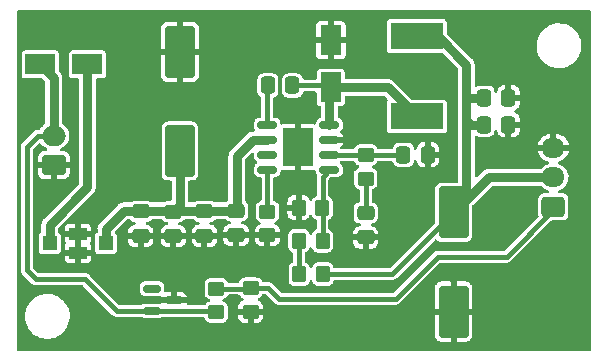
<source format=gbr>
%TF.GenerationSoftware,KiCad,Pcbnew,(6.0.2)*%
%TF.CreationDate,2022-10-19T14:59:14+05:30*%
%TF.ProjectId,psu,7073752e-6b69-4636-9164-5f7063625858,rev?*%
%TF.SameCoordinates,Original*%
%TF.FileFunction,Copper,L1,Top*%
%TF.FilePolarity,Positive*%
%FSLAX46Y46*%
G04 Gerber Fmt 4.6, Leading zero omitted, Abs format (unit mm)*
G04 Created by KiCad (PCBNEW (6.0.2)) date 2022-10-19 14:59:14*
%MOMM*%
%LPD*%
G01*
G04 APERTURE LIST*
G04 Aperture macros list*
%AMRoundRect*
0 Rectangle with rounded corners*
0 $1 Rounding radius*
0 $2 $3 $4 $5 $6 $7 $8 $9 X,Y pos of 4 corners*
0 Add a 4 corners polygon primitive as box body*
4,1,4,$2,$3,$4,$5,$6,$7,$8,$9,$2,$3,0*
0 Add four circle primitives for the rounded corners*
1,1,$1+$1,$2,$3*
1,1,$1+$1,$4,$5*
1,1,$1+$1,$6,$7*
1,1,$1+$1,$8,$9*
0 Add four rect primitives between the rounded corners*
20,1,$1+$1,$2,$3,$4,$5,0*
20,1,$1+$1,$4,$5,$6,$7,0*
20,1,$1+$1,$6,$7,$8,$9,0*
20,1,$1+$1,$8,$9,$2,$3,0*%
G04 Aperture macros list end*
%TA.AperFunction,SMDPad,CuDef*%
%ADD10R,2.500000X1.800000*%
%TD*%
%TA.AperFunction,SMDPad,CuDef*%
%ADD11RoundRect,0.250000X-0.450000X0.350000X-0.450000X-0.350000X0.450000X-0.350000X0.450000X0.350000X0*%
%TD*%
%TA.AperFunction,SMDPad,CuDef*%
%ADD12RoundRect,0.250000X-0.475000X0.337500X-0.475000X-0.337500X0.475000X-0.337500X0.475000X0.337500X0*%
%TD*%
%TA.AperFunction,SMDPad,CuDef*%
%ADD13RoundRect,0.150000X-0.662500X-0.150000X0.662500X-0.150000X0.662500X0.150000X-0.662500X0.150000X0*%
%TD*%
%TA.AperFunction,ComponentPad*%
%ADD14C,0.500000*%
%TD*%
%TA.AperFunction,SMDPad,CuDef*%
%ADD15R,2.514000X3.200000*%
%TD*%
%TA.AperFunction,SMDPad,CuDef*%
%ADD16R,1.800000X2.500000*%
%TD*%
%TA.AperFunction,SMDPad,CuDef*%
%ADD17RoundRect,0.250000X0.337500X0.475000X-0.337500X0.475000X-0.337500X-0.475000X0.337500X-0.475000X0*%
%TD*%
%TA.AperFunction,SMDPad,CuDef*%
%ADD18RoundRect,0.250000X0.475000X-0.337500X0.475000X0.337500X-0.475000X0.337500X-0.475000X-0.337500X0*%
%TD*%
%TA.AperFunction,SMDPad,CuDef*%
%ADD19RoundRect,0.250000X-0.337500X-0.475000X0.337500X-0.475000X0.337500X0.475000X-0.337500X0.475000X0*%
%TD*%
%TA.AperFunction,SMDPad,CuDef*%
%ADD20RoundRect,0.250000X1.000000X-1.950000X1.000000X1.950000X-1.000000X1.950000X-1.000000X-1.950000X0*%
%TD*%
%TA.AperFunction,ComponentPad*%
%ADD21RoundRect,0.250000X0.725000X-0.600000X0.725000X0.600000X-0.725000X0.600000X-0.725000X-0.600000X0*%
%TD*%
%TA.AperFunction,ComponentPad*%
%ADD22O,1.950000X1.700000*%
%TD*%
%TA.AperFunction,SMDPad,CuDef*%
%ADD23R,1.250000X1.200000*%
%TD*%
%TA.AperFunction,SMDPad,CuDef*%
%ADD24R,1.500000X1.000000*%
%TD*%
%TA.AperFunction,SMDPad,CuDef*%
%ADD25R,4.500000X2.250000*%
%TD*%
%TA.AperFunction,SMDPad,CuDef*%
%ADD26RoundRect,0.250000X0.350000X0.450000X-0.350000X0.450000X-0.350000X-0.450000X0.350000X-0.450000X0*%
%TD*%
%TA.AperFunction,SMDPad,CuDef*%
%ADD27RoundRect,0.150000X-0.587500X-0.150000X0.587500X-0.150000X0.587500X0.150000X-0.587500X0.150000X0*%
%TD*%
%TA.AperFunction,SMDPad,CuDef*%
%ADD28RoundRect,0.250000X0.450000X-0.350000X0.450000X0.350000X-0.450000X0.350000X-0.450000X-0.350000X0*%
%TD*%
%TA.AperFunction,SMDPad,CuDef*%
%ADD29RoundRect,0.250000X-0.350000X-0.450000X0.350000X-0.450000X0.350000X0.450000X-0.350000X0.450000X0*%
%TD*%
%TA.AperFunction,ComponentPad*%
%ADD30RoundRect,0.250000X0.750000X-0.600000X0.750000X0.600000X-0.750000X0.600000X-0.750000X-0.600000X0*%
%TD*%
%TA.AperFunction,ComponentPad*%
%ADD31O,2.000000X1.700000*%
%TD*%
%TA.AperFunction,SMDPad,CuDef*%
%ADD32RoundRect,0.250000X-1.000000X1.950000X-1.000000X-1.950000X1.000000X-1.950000X1.000000X1.950000X0*%
%TD*%
%TA.AperFunction,ViaPad*%
%ADD33C,0.800000*%
%TD*%
%TA.AperFunction,Conductor*%
%ADD34C,0.800000*%
%TD*%
%TA.AperFunction,Conductor*%
%ADD35C,0.400000*%
%TD*%
G04 APERTURE END LIST*
D10*
%TO.P,D1,1,K*%
%TO.N,Net-(D1-Pad1)*%
X128460000Y-75140000D03*
%TO.P,D1,2,A*%
%TO.N,/V_in*%
X124460000Y-75140000D03*
%TD*%
D11*
%TO.P,R1,1*%
%TO.N,Net-(R1-Pad1)*%
X143700000Y-87610000D03*
%TO.P,R1,2*%
%TO.N,GND*%
X143700000Y-89610000D03*
%TD*%
D12*
%TO.P,C1,1*%
%TO.N,Net-(C1-Pad1)*%
X132970000Y-87602500D03*
%TO.P,C1,2*%
%TO.N,GND*%
X132970000Y-89677500D03*
%TD*%
D13*
%TO.P,U1,1,BOOT*%
%TO.N,Net-(C6-Pad2)*%
X143672500Y-80275000D03*
%TO.P,U1,2,VIN*%
%TO.N,Net-(C1-Pad1)*%
X143672500Y-81545000D03*
%TO.P,U1,3,EN*%
%TO.N,unconnected-(U1-Pad3)*%
X143672500Y-82815000D03*
%TO.P,U1,4,RT/CLK*%
%TO.N,Net-(R1-Pad1)*%
X143672500Y-84085000D03*
%TO.P,U1,5,FB*%
%TO.N,Net-(R6-Pad2)*%
X148947500Y-84085000D03*
%TO.P,U1,6,COMP*%
%TO.N,Net-(C7-Pad2)*%
X148947500Y-82815000D03*
%TO.P,U1,7,GND*%
%TO.N,GND*%
X148947500Y-81545000D03*
%TO.P,U1,8,SW*%
%TO.N,Net-(C6-Pad1)*%
X148947500Y-80275000D03*
D14*
%TO.P,U1,9,GNDPAD*%
%TO.N,GND*%
X147010000Y-83180000D03*
X145610000Y-83180000D03*
D15*
X146310000Y-82180000D03*
D14*
X145610000Y-82180000D03*
X147010000Y-81180000D03*
X147010000Y-82180000D03*
X145610000Y-81180000D03*
%TD*%
D16*
%TO.P,D3,1,K*%
%TO.N,Net-(C6-Pad1)*%
X149060000Y-77110000D03*
%TO.P,D3,2,A*%
%TO.N,GND*%
X149060000Y-73110000D03*
%TD*%
D17*
%TO.P,C7,1*%
%TO.N,GND*%
X157277500Y-82800000D03*
%TO.P,C7,2*%
%TO.N,Net-(C7-Pad2)*%
X155202500Y-82800000D03*
%TD*%
D18*
%TO.P,C8,1*%
%TO.N,GND*%
X152010000Y-89807500D03*
%TO.P,C8,2*%
%TO.N,Net-(C8-Pad2)*%
X152010000Y-87732500D03*
%TD*%
D19*
%TO.P,C11,1*%
%TO.N,VDD*%
X162030500Y-77978000D03*
%TO.P,C11,2*%
%TO.N,GND*%
X164105500Y-77978000D03*
%TD*%
D12*
%TO.P,C4,1*%
%TO.N,Net-(C1-Pad1)*%
X138360000Y-87582500D03*
%TO.P,C4,2*%
%TO.N,GND*%
X138360000Y-89657500D03*
%TD*%
D20*
%TO.P,C3,1*%
%TO.N,Net-(C1-Pad1)*%
X136290000Y-82480000D03*
%TO.P,C3,2*%
%TO.N,GND*%
X136290000Y-74080000D03*
%TD*%
D21*
%TO.P,J2,1,Pin_1*%
%TO.N,/ADC*%
X167910000Y-87210000D03*
D22*
%TO.P,J2,2,Pin_2*%
%TO.N,VDD*%
X167910000Y-84710000D03*
%TO.P,J2,3,Pin_3*%
%TO.N,GND*%
X167910000Y-82210000D03*
%TD*%
D23*
%TO.P,FL1,1,1*%
%TO.N,Net-(D1-Pad1)*%
X125260000Y-90297000D03*
D24*
%TO.P,FL1,2,2*%
%TO.N,GND*%
X127635000Y-91097000D03*
D23*
%TO.P,FL1,3,3*%
%TO.N,Net-(C1-Pad1)*%
X130010000Y-90297000D03*
D24*
%TO.P,FL1,4,GND*%
%TO.N,GND*%
X127635000Y-89497000D03*
%TD*%
D17*
%TO.P,C6,1*%
%TO.N,Net-(C6-Pad1)*%
X145817500Y-76940000D03*
%TO.P,C6,2*%
%TO.N,Net-(C6-Pad2)*%
X143742500Y-76940000D03*
%TD*%
D19*
%TO.P,C10,1*%
%TO.N,VDD*%
X162030500Y-80264000D03*
%TO.P,C10,2*%
%TO.N,GND*%
X164105500Y-80264000D03*
%TD*%
D25*
%TO.P,L1,1,1*%
%TO.N,Net-(C6-Pad1)*%
X156340000Y-79560000D03*
%TO.P,L1,2,2*%
%TO.N,VDD*%
X156340000Y-72760000D03*
%TD*%
D26*
%TO.P,R7,1*%
%TO.N,Net-(R6-Pad2)*%
X148340000Y-87280000D03*
%TO.P,R7,2*%
%TO.N,GND*%
X146340000Y-87280000D03*
%TD*%
D12*
%TO.P,C5,1*%
%TO.N,Net-(C1-Pad1)*%
X141050000Y-87542500D03*
%TO.P,C5,2*%
%TO.N,GND*%
X141050000Y-89617500D03*
%TD*%
D11*
%TO.P,R3,1*%
%TO.N,/ADC*%
X142270000Y-94090000D03*
%TO.P,R3,2*%
%TO.N,GND*%
X142270000Y-96090000D03*
%TD*%
D27*
%TO.P,D2,1*%
%TO.N,unconnected-(D2-Pad1)*%
X133922500Y-94130000D03*
%TO.P,D2,2*%
%TO.N,/V_in*%
X133922500Y-96030000D03*
%TO.P,D2,3*%
%TO.N,GND*%
X135797500Y-95080000D03*
%TD*%
D28*
%TO.P,R2,1*%
%TO.N,/V_in*%
X139370000Y-96130000D03*
%TO.P,R2,2*%
%TO.N,/ADC*%
X139370000Y-94130000D03*
%TD*%
D12*
%TO.P,C2,1*%
%TO.N,Net-(C1-Pad1)*%
X135720000Y-87622500D03*
%TO.P,C2,2*%
%TO.N,GND*%
X135720000Y-89697500D03*
%TD*%
D29*
%TO.P,R6,1*%
%TO.N,Net-(R5-Pad2)*%
X146360000Y-90090000D03*
%TO.P,R6,2*%
%TO.N,Net-(R6-Pad2)*%
X148360000Y-90090000D03*
%TD*%
D26*
%TO.P,R5,1*%
%TO.N,VDD*%
X148390000Y-92900000D03*
%TO.P,R5,2*%
%TO.N,Net-(R5-Pad2)*%
X146390000Y-92900000D03*
%TD*%
D30*
%TO.P,J1,1,Pin_1*%
%TO.N,GND*%
X125603000Y-83693000D03*
D31*
%TO.P,J1,2,Pin_2*%
%TO.N,/V_in*%
X125603000Y-81193000D03*
%TD*%
D11*
%TO.P,R4,1*%
%TO.N,Net-(C7-Pad2)*%
X152010000Y-82820000D03*
%TO.P,R4,2*%
%TO.N,Net-(C8-Pad2)*%
X152010000Y-84820000D03*
%TD*%
D32*
%TO.P,C9,1*%
%TO.N,VDD*%
X159450000Y-87677500D03*
%TO.P,C9,2*%
%TO.N,GND*%
X159450000Y-96077500D03*
%TD*%
D33*
%TO.N,GND*%
X162687000Y-98298000D03*
X139446000Y-92202000D03*
X138938000Y-74803000D03*
X133223000Y-72263000D03*
X125095000Y-87122000D03*
X150876000Y-81407000D03*
X168656000Y-77851000D03*
X155575000Y-98298000D03*
X167386000Y-77851000D03*
X163830000Y-98298000D03*
X146558000Y-72390000D03*
X138938000Y-72136000D03*
X149733000Y-98425000D03*
X124714000Y-86106000D03*
X147828000Y-98425000D03*
X156845000Y-98171000D03*
X145034000Y-72390000D03*
X166243000Y-77851000D03*
X133350000Y-74676000D03*
X125984000Y-86106000D03*
%TD*%
D34*
%TO.N,Net-(C1-Pad1)*%
X136290000Y-82480000D02*
X136290000Y-87052500D01*
X130010000Y-90297000D02*
X130010000Y-89065000D01*
X141097000Y-82931000D02*
X141097000Y-87495500D01*
X141097000Y-87495500D02*
X141050000Y-87542500D01*
X131532500Y-87542500D02*
X141050000Y-87542500D01*
X142483000Y-81545000D02*
X141097000Y-82931000D01*
X130010000Y-89065000D02*
X131532500Y-87542500D01*
X136290000Y-87052500D02*
X135720000Y-87622500D01*
X143672500Y-81545000D02*
X142483000Y-81545000D01*
%TO.N,Net-(C6-Pad1)*%
X148947500Y-80275000D02*
X148947500Y-77222500D01*
D35*
X145817500Y-76940000D02*
X148890000Y-76940000D01*
D34*
X148947500Y-77222500D02*
X149060000Y-77110000D01*
D35*
X148890000Y-76940000D02*
X149060000Y-77110000D01*
D34*
X153890000Y-77110000D02*
X156340000Y-79560000D01*
X149060000Y-77110000D02*
X153890000Y-77110000D01*
D35*
%TO.N,Net-(C6-Pad2)*%
X143672500Y-80275000D02*
X143672500Y-77010000D01*
X143672500Y-77010000D02*
X143742500Y-76940000D01*
%TO.N,Net-(C7-Pad2)*%
X148947500Y-82815000D02*
X155187500Y-82815000D01*
X155187500Y-82815000D02*
X155202500Y-82800000D01*
%TO.N,Net-(C8-Pad2)*%
X152010000Y-87732500D02*
X152010000Y-84820000D01*
D34*
%TO.N,VDD*%
X162030500Y-80264000D02*
X160909000Y-80264000D01*
X162030500Y-77978000D02*
X160528000Y-77978000D01*
X160528000Y-86599500D02*
X159450000Y-87677500D01*
D35*
X154227500Y-92900000D02*
X159450000Y-87677500D01*
D34*
X158104000Y-72760000D02*
X160528000Y-75184000D01*
X160909000Y-80264000D02*
X160528000Y-79883000D01*
X160528000Y-79883000D02*
X160528000Y-86599500D01*
D35*
X148390000Y-92900000D02*
X154227500Y-92900000D01*
D34*
X160528000Y-77978000D02*
X160528000Y-79883000D01*
X160528000Y-75184000D02*
X160528000Y-77978000D01*
X156340000Y-72760000D02*
X158104000Y-72760000D01*
X159450000Y-87677500D02*
X162417500Y-84710000D01*
X162417500Y-84710000D02*
X167910000Y-84710000D01*
%TO.N,Net-(D1-Pad1)*%
X125260000Y-90297000D02*
X125260000Y-88735000D01*
X125260000Y-88735000D02*
X128460000Y-85535000D01*
X128460000Y-85535000D02*
X128460000Y-75140000D01*
D35*
%TO.N,/ADC*%
X167910000Y-87487000D02*
X167910000Y-87210000D01*
X144653000Y-94996000D02*
X154559000Y-94996000D01*
X142270000Y-94090000D02*
X143747000Y-94090000D01*
X139370000Y-94130000D02*
X142230000Y-94130000D01*
X158115000Y-91440000D02*
X163957000Y-91440000D01*
X163957000Y-91440000D02*
X167910000Y-87487000D01*
X143747000Y-94090000D02*
X144653000Y-94996000D01*
X142230000Y-94130000D02*
X142270000Y-94090000D01*
X154559000Y-94996000D02*
X158115000Y-91440000D01*
%TO.N,Net-(R1-Pad1)*%
X143700000Y-84112500D02*
X143672500Y-84085000D01*
X143700000Y-87610000D02*
X143700000Y-84112500D01*
%TO.N,Net-(R5-Pad2)*%
X146390000Y-92900000D02*
X146390000Y-90120000D01*
X146390000Y-90120000D02*
X146360000Y-90090000D01*
%TO.N,Net-(R6-Pad2)*%
X148360000Y-84672500D02*
X148947500Y-84085000D01*
X148360000Y-90090000D02*
X148360000Y-84672500D01*
%TO.N,/V_in*%
X124293000Y-81193000D02*
X125603000Y-81193000D01*
X133922500Y-96030000D02*
X130955000Y-96030000D01*
X130955000Y-96030000D02*
X128270000Y-93345000D01*
D34*
X125603000Y-76283000D02*
X124460000Y-75140000D01*
D35*
X124079000Y-93345000D02*
X123317000Y-92583000D01*
X123317000Y-92583000D02*
X123317000Y-82169000D01*
X128270000Y-93345000D02*
X124079000Y-93345000D01*
X139270000Y-96030000D02*
X139370000Y-96130000D01*
D34*
X125603000Y-81193000D02*
X125603000Y-76283000D01*
D35*
X123317000Y-82169000D02*
X124293000Y-81193000D01*
X133922500Y-96030000D02*
X139270000Y-96030000D01*
%TD*%
%TA.AperFunction,Conductor*%
%TO.N,GND*%
G36*
X171062121Y-70610002D02*
G01*
X171108614Y-70663658D01*
X171120000Y-70716000D01*
X171120000Y-99294000D01*
X171099998Y-99362121D01*
X171046342Y-99408614D01*
X170994000Y-99420000D01*
X122606000Y-99420000D01*
X122537879Y-99399998D01*
X122491386Y-99346342D01*
X122480000Y-99294000D01*
X122480000Y-96430323D01*
X123161041Y-96430323D01*
X123162862Y-96476676D01*
X123163386Y-96490000D01*
X123168790Y-96627519D01*
X123171578Y-96698484D01*
X123219793Y-96962485D01*
X123304725Y-97217059D01*
X123306718Y-97221047D01*
X123385652Y-97379018D01*
X123424680Y-97457126D01*
X123577263Y-97677896D01*
X123759432Y-97874965D01*
X123762886Y-97877777D01*
X123964093Y-98041585D01*
X123964097Y-98041588D01*
X123967550Y-98044399D01*
X124197465Y-98182820D01*
X124201560Y-98184554D01*
X124201562Y-98184555D01*
X124440490Y-98285728D01*
X124440497Y-98285730D01*
X124444591Y-98287464D01*
X124539773Y-98312701D01*
X124699698Y-98355105D01*
X124699702Y-98355106D01*
X124703995Y-98356244D01*
X124708404Y-98356766D01*
X124708410Y-98356767D01*
X124856497Y-98374294D01*
X124970503Y-98387787D01*
X125238796Y-98381464D01*
X125243190Y-98380733D01*
X125243197Y-98380732D01*
X125499120Y-98338135D01*
X125499124Y-98338134D01*
X125503522Y-98337402D01*
X125670642Y-98284549D01*
X125755152Y-98257822D01*
X125755154Y-98257821D01*
X125759398Y-98256479D01*
X125763409Y-98254553D01*
X125763414Y-98254551D01*
X125997301Y-98142240D01*
X125997302Y-98142239D01*
X126001320Y-98140310D01*
X126117473Y-98062699D01*
X157850001Y-98062699D01*
X157850539Y-98070911D01*
X157864366Y-98175944D01*
X157868604Y-98191759D01*
X157922741Y-98322459D01*
X157930930Y-98336642D01*
X158017046Y-98448872D01*
X158028626Y-98460452D01*
X158140861Y-98546572D01*
X158155042Y-98554759D01*
X158285739Y-98608896D01*
X158301558Y-98613134D01*
X158406590Y-98626962D01*
X158414799Y-98627500D01*
X159177885Y-98627500D01*
X159193124Y-98623025D01*
X159194329Y-98621635D01*
X159196000Y-98613952D01*
X159196000Y-98609384D01*
X159704000Y-98609384D01*
X159708475Y-98624623D01*
X159709865Y-98625828D01*
X159717548Y-98627499D01*
X160485199Y-98627499D01*
X160493411Y-98626961D01*
X160598444Y-98613134D01*
X160614259Y-98608896D01*
X160744959Y-98554759D01*
X160759142Y-98546570D01*
X160871372Y-98460454D01*
X160882952Y-98448874D01*
X160969072Y-98336639D01*
X160977259Y-98322458D01*
X161031396Y-98191761D01*
X161035634Y-98175942D01*
X161049462Y-98070910D01*
X161050000Y-98062701D01*
X161050000Y-96349615D01*
X161045525Y-96334376D01*
X161044135Y-96333171D01*
X161036452Y-96331500D01*
X159722115Y-96331500D01*
X159706876Y-96335975D01*
X159705671Y-96337365D01*
X159704000Y-96345048D01*
X159704000Y-98609384D01*
X159196000Y-98609384D01*
X159196000Y-96349615D01*
X159191525Y-96334376D01*
X159190135Y-96333171D01*
X159182452Y-96331500D01*
X157868116Y-96331500D01*
X157852877Y-96335975D01*
X157851672Y-96337365D01*
X157850001Y-96345048D01*
X157850001Y-98062699D01*
X126117473Y-98062699D01*
X126141417Y-98046700D01*
X126220752Y-97993690D01*
X126220756Y-97993687D01*
X126224460Y-97991212D01*
X126227777Y-97988241D01*
X126227781Y-97988238D01*
X126421047Y-97815134D01*
X126421048Y-97815133D01*
X126424365Y-97812162D01*
X126597048Y-97606731D01*
X126739063Y-97379018D01*
X126847576Y-97133567D01*
X126920422Y-96875275D01*
X126935956Y-96759623D01*
X126955720Y-96612477D01*
X126955721Y-96612469D01*
X126956147Y-96609295D01*
X126956305Y-96604259D01*
X126959795Y-96493222D01*
X126959795Y-96493217D01*
X126959896Y-96490000D01*
X126959430Y-96483411D01*
X126941257Y-96226751D01*
X126940942Y-96222302D01*
X126884458Y-95959946D01*
X126861891Y-95898774D01*
X126793112Y-95712343D01*
X126791571Y-95708166D01*
X126720119Y-95575741D01*
X126666248Y-95475901D01*
X126664135Y-95471985D01*
X126565523Y-95338475D01*
X126507341Y-95259702D01*
X126507338Y-95259699D01*
X126504692Y-95256116D01*
X126501573Y-95252947D01*
X126501569Y-95252943D01*
X126385637Y-95135176D01*
X126316424Y-95064867D01*
X126312884Y-95062165D01*
X126106627Y-94904755D01*
X126106623Y-94904753D01*
X126103086Y-94902053D01*
X125868936Y-94770923D01*
X125618646Y-94674093D01*
X125614321Y-94673090D01*
X125614316Y-94673089D01*
X125430573Y-94630500D01*
X125357209Y-94613495D01*
X125089842Y-94590338D01*
X125085407Y-94590582D01*
X125085403Y-94590582D01*
X124826323Y-94604840D01*
X124826316Y-94604841D01*
X124821880Y-94605085D01*
X124558669Y-94657441D01*
X124554459Y-94658919D01*
X124554457Y-94658920D01*
X124408673Y-94710116D01*
X124305460Y-94746362D01*
X124301509Y-94748415D01*
X124301503Y-94748417D01*
X124074978Y-94866087D01*
X124067307Y-94870072D01*
X124063692Y-94872655D01*
X124063686Y-94872659D01*
X123960827Y-94946164D01*
X123848961Y-95026105D01*
X123811160Y-95062165D01*
X123671971Y-95194945D01*
X123654778Y-95211346D01*
X123536538Y-95361333D01*
X123496058Y-95412682D01*
X123488633Y-95422100D01*
X123444548Y-95497998D01*
X123356079Y-95650307D01*
X123356076Y-95650313D01*
X123353841Y-95654161D01*
X123352167Y-95658294D01*
X123285677Y-95822452D01*
X123253092Y-95902900D01*
X123252021Y-95907213D01*
X123252019Y-95907218D01*
X123217281Y-96047065D01*
X123188395Y-96163353D01*
X123161041Y-96430323D01*
X122480000Y-96430323D01*
X122480000Y-82203392D01*
X122812524Y-82203392D01*
X122814397Y-82212168D01*
X122815008Y-82221125D01*
X122815002Y-82221125D01*
X122816500Y-82235318D01*
X122816500Y-92512819D01*
X122815172Y-92524704D01*
X122815682Y-92524745D01*
X122814962Y-92533691D01*
X122812981Y-92542447D01*
X122813537Y-92551407D01*
X122816258Y-92595264D01*
X122816500Y-92603067D01*
X122816500Y-92618940D01*
X122817135Y-92623374D01*
X122817948Y-92629050D01*
X122818978Y-92639106D01*
X122821859Y-92685538D01*
X122824907Y-92693982D01*
X122825676Y-92697694D01*
X122829343Y-92712399D01*
X122830404Y-92716027D01*
X122831677Y-92724918D01*
X122850939Y-92767282D01*
X122854746Y-92776637D01*
X122867491Y-92811943D01*
X122867493Y-92811947D01*
X122870540Y-92820387D01*
X122875835Y-92827635D01*
X122877611Y-92830975D01*
X122885274Y-92844089D01*
X122887303Y-92847261D01*
X122891016Y-92855428D01*
X122896871Y-92862223D01*
X122896873Y-92862226D01*
X122921387Y-92890675D01*
X122927675Y-92898595D01*
X122935522Y-92909336D01*
X122946265Y-92920079D01*
X122952623Y-92926925D01*
X122984600Y-92964037D01*
X122992134Y-92968920D01*
X122998896Y-92974819D01*
X122998892Y-92974824D01*
X123009986Y-92983800D01*
X123675466Y-93649280D01*
X123682932Y-93658624D01*
X123683322Y-93658292D01*
X123689140Y-93665128D01*
X123693930Y-93672720D01*
X123700658Y-93678662D01*
X123700659Y-93678663D01*
X123733600Y-93707755D01*
X123739288Y-93713102D01*
X123750507Y-93724321D01*
X123754095Y-93727010D01*
X123754096Y-93727011D01*
X123758684Y-93730450D01*
X123766523Y-93736832D01*
X123766972Y-93737228D01*
X123801388Y-93767623D01*
X123809506Y-93771434D01*
X123812659Y-93773506D01*
X123825680Y-93781329D01*
X123828989Y-93783141D01*
X123836176Y-93788527D01*
X123844581Y-93791678D01*
X123844583Y-93791679D01*
X123879737Y-93804857D01*
X123889057Y-93808784D01*
X123931163Y-93828553D01*
X123940035Y-93829934D01*
X123943658Y-93831042D01*
X123958317Y-93834888D01*
X123962014Y-93835701D01*
X123970420Y-93838852D01*
X124016843Y-93842302D01*
X124026856Y-93843452D01*
X124040009Y-93845500D01*
X124055204Y-93845500D01*
X124064542Y-93845846D01*
X124113392Y-93849476D01*
X124122168Y-93847603D01*
X124131125Y-93846992D01*
X124131125Y-93846998D01*
X124145318Y-93845500D01*
X128010496Y-93845500D01*
X128078617Y-93865502D01*
X128099591Y-93882405D01*
X130551466Y-96334280D01*
X130558932Y-96343624D01*
X130559322Y-96343292D01*
X130565140Y-96350128D01*
X130569930Y-96357720D01*
X130576658Y-96363662D01*
X130576659Y-96363663D01*
X130609600Y-96392755D01*
X130615288Y-96398102D01*
X130626506Y-96409320D01*
X130630094Y-96412009D01*
X130630095Y-96412010D01*
X130634684Y-96415450D01*
X130642523Y-96421832D01*
X130670661Y-96446682D01*
X130677388Y-96452623D01*
X130685511Y-96456437D01*
X130688664Y-96458508D01*
X130701676Y-96466327D01*
X130704994Y-96468143D01*
X130712176Y-96473526D01*
X130755741Y-96489858D01*
X130765050Y-96493780D01*
X130807163Y-96513553D01*
X130816036Y-96514935D01*
X130819658Y-96516042D01*
X130834328Y-96519891D01*
X130838017Y-96520702D01*
X130846419Y-96523852D01*
X130855364Y-96524517D01*
X130855374Y-96524519D01*
X130892828Y-96527302D01*
X130902855Y-96528452D01*
X130916009Y-96530500D01*
X130931203Y-96530500D01*
X130940541Y-96530846D01*
X130989391Y-96534476D01*
X130998167Y-96532603D01*
X131007124Y-96531992D01*
X131007124Y-96531998D01*
X131021317Y-96530500D01*
X133009745Y-96530500D01*
X133077866Y-96550502D01*
X133084605Y-96555149D01*
X133114243Y-96577041D01*
X133114246Y-96577042D01*
X133121816Y-96582634D01*
X133249631Y-96627519D01*
X133257277Y-96628242D01*
X133257278Y-96628242D01*
X133263248Y-96628806D01*
X133281166Y-96630500D01*
X134563834Y-96630500D01*
X134581752Y-96628806D01*
X134587722Y-96628242D01*
X134587723Y-96628242D01*
X134595369Y-96627519D01*
X134723184Y-96582634D01*
X134730754Y-96577042D01*
X134730757Y-96577041D01*
X134760395Y-96555149D01*
X134827073Y-96530766D01*
X134835255Y-96530500D01*
X138262595Y-96530500D01*
X138330716Y-96550502D01*
X138377209Y-96604158D01*
X138380187Y-96612617D01*
X138380364Y-96612547D01*
X138435887Y-96752783D01*
X138527078Y-96872922D01*
X138647217Y-96964113D01*
X138710832Y-96989300D01*
X138779923Y-97016655D01*
X138779925Y-97016656D01*
X138787453Y-97019636D01*
X138877228Y-97030500D01*
X139862772Y-97030500D01*
X139952547Y-97019636D01*
X139960075Y-97016656D01*
X139960077Y-97016655D01*
X140029168Y-96989300D01*
X140092783Y-96964113D01*
X140212922Y-96872922D01*
X140304113Y-96752783D01*
X140352528Y-96630500D01*
X140356655Y-96620077D01*
X140356656Y-96620075D01*
X140359636Y-96612547D01*
X140370500Y-96522772D01*
X140370500Y-96475199D01*
X141220001Y-96475199D01*
X141220539Y-96483411D01*
X141234366Y-96588444D01*
X141238604Y-96604259D01*
X141292741Y-96734959D01*
X141300930Y-96749142D01*
X141387046Y-96861372D01*
X141398626Y-96872952D01*
X141510861Y-96959072D01*
X141525042Y-96967259D01*
X141655739Y-97021396D01*
X141671558Y-97025634D01*
X141776590Y-97039462D01*
X141784799Y-97040000D01*
X141997885Y-97040000D01*
X142013124Y-97035525D01*
X142014329Y-97034135D01*
X142016000Y-97026452D01*
X142016000Y-97021884D01*
X142524000Y-97021884D01*
X142528475Y-97037123D01*
X142529865Y-97038328D01*
X142537548Y-97039999D01*
X142755199Y-97039999D01*
X142763411Y-97039461D01*
X142868444Y-97025634D01*
X142884259Y-97021396D01*
X143014959Y-96967259D01*
X143029142Y-96959070D01*
X143141372Y-96872954D01*
X143152952Y-96861374D01*
X143239072Y-96749139D01*
X143247259Y-96734958D01*
X143301396Y-96604261D01*
X143305634Y-96588442D01*
X143319462Y-96483410D01*
X143320000Y-96475201D01*
X143320000Y-96362115D01*
X143315525Y-96346876D01*
X143314135Y-96345671D01*
X143306452Y-96344000D01*
X142542115Y-96344000D01*
X142526876Y-96348475D01*
X142525671Y-96349865D01*
X142524000Y-96357548D01*
X142524000Y-97021884D01*
X142016000Y-97021884D01*
X142016000Y-96362115D01*
X142011525Y-96346876D01*
X142010135Y-96345671D01*
X142002452Y-96344000D01*
X141238116Y-96344000D01*
X141222877Y-96348475D01*
X141221672Y-96349865D01*
X141220001Y-96357548D01*
X141220001Y-96475199D01*
X140370500Y-96475199D01*
X140370500Y-95737228D01*
X140359636Y-95647453D01*
X140304113Y-95507217D01*
X140212922Y-95387078D01*
X140092783Y-95295887D01*
X139969690Y-95247151D01*
X139913718Y-95203478D01*
X139890241Y-95136475D01*
X139906717Y-95067416D01*
X139957912Y-95018227D01*
X139969687Y-95012850D01*
X140092783Y-94964113D01*
X140212922Y-94872922D01*
X140304113Y-94752783D01*
X140321006Y-94710116D01*
X140364681Y-94654142D01*
X140438158Y-94630500D01*
X141217679Y-94630500D01*
X141285800Y-94650502D01*
X141325634Y-94698933D01*
X141328508Y-94697314D01*
X141332727Y-94704801D01*
X141335887Y-94712783D01*
X141427078Y-94832922D01*
X141547217Y-94924113D01*
X141602914Y-94946165D01*
X141658887Y-94989838D01*
X141682363Y-95056840D01*
X141665889Y-95125899D01*
X141614694Y-95175088D01*
X141604748Y-95179725D01*
X141525041Y-95212741D01*
X141510858Y-95220930D01*
X141398628Y-95307046D01*
X141387048Y-95318626D01*
X141300928Y-95430861D01*
X141292741Y-95445042D01*
X141238604Y-95575739D01*
X141234366Y-95591558D01*
X141220538Y-95696590D01*
X141220000Y-95704799D01*
X141220000Y-95817885D01*
X141224475Y-95833124D01*
X141225865Y-95834329D01*
X141233548Y-95836000D01*
X143301884Y-95836000D01*
X143317123Y-95831525D01*
X143318328Y-95830135D01*
X143319999Y-95822452D01*
X143319999Y-95805385D01*
X157850000Y-95805385D01*
X157854475Y-95820624D01*
X157855865Y-95821829D01*
X157863548Y-95823500D01*
X159177885Y-95823500D01*
X159193124Y-95819025D01*
X159194329Y-95817635D01*
X159196000Y-95809952D01*
X159196000Y-95805385D01*
X159704000Y-95805385D01*
X159708475Y-95820624D01*
X159709865Y-95821829D01*
X159717548Y-95823500D01*
X161031884Y-95823500D01*
X161047123Y-95819025D01*
X161048328Y-95817635D01*
X161049999Y-95809952D01*
X161049999Y-94092301D01*
X161049461Y-94084089D01*
X161035634Y-93979056D01*
X161031396Y-93963241D01*
X160977259Y-93832541D01*
X160969070Y-93818358D01*
X160882954Y-93706128D01*
X160871374Y-93694548D01*
X160759139Y-93608428D01*
X160744958Y-93600241D01*
X160614261Y-93546104D01*
X160598442Y-93541866D01*
X160493410Y-93528038D01*
X160485201Y-93527500D01*
X159722115Y-93527500D01*
X159706876Y-93531975D01*
X159705671Y-93533365D01*
X159704000Y-93541048D01*
X159704000Y-95805385D01*
X159196000Y-95805385D01*
X159196000Y-93545616D01*
X159191525Y-93530377D01*
X159190135Y-93529172D01*
X159182452Y-93527501D01*
X158414801Y-93527501D01*
X158406589Y-93528039D01*
X158301556Y-93541866D01*
X158285741Y-93546104D01*
X158155041Y-93600241D01*
X158140858Y-93608430D01*
X158028628Y-93694546D01*
X158017048Y-93706126D01*
X157930928Y-93818361D01*
X157922741Y-93832542D01*
X157868604Y-93963239D01*
X157864366Y-93979058D01*
X157850538Y-94084090D01*
X157850000Y-94092299D01*
X157850000Y-95805385D01*
X143319999Y-95805385D01*
X143319999Y-95704801D01*
X143319461Y-95696589D01*
X143305634Y-95591556D01*
X143301396Y-95575741D01*
X143247259Y-95445041D01*
X143239070Y-95430858D01*
X143152954Y-95318628D01*
X143141374Y-95307048D01*
X143029139Y-95220928D01*
X143014958Y-95212741D01*
X142935252Y-95179725D01*
X142879971Y-95135176D01*
X142857550Y-95067813D01*
X142875108Y-94999022D01*
X142927071Y-94950643D01*
X142937078Y-94946168D01*
X142992783Y-94924113D01*
X143112922Y-94832922D01*
X143204113Y-94712783D01*
X143221006Y-94670116D01*
X143264681Y-94614142D01*
X143338158Y-94590500D01*
X143487496Y-94590500D01*
X143555617Y-94610502D01*
X143576591Y-94627405D01*
X144249466Y-95300280D01*
X144256932Y-95309624D01*
X144257322Y-95309292D01*
X144263140Y-95316128D01*
X144267930Y-95323720D01*
X144274658Y-95329662D01*
X144274659Y-95329663D01*
X144307600Y-95358755D01*
X144313288Y-95364102D01*
X144324506Y-95375320D01*
X144328094Y-95378009D01*
X144328095Y-95378010D01*
X144332684Y-95381450D01*
X144340523Y-95387832D01*
X144347409Y-95393913D01*
X144375388Y-95418623D01*
X144383511Y-95422437D01*
X144386664Y-95424508D01*
X144399676Y-95432327D01*
X144402994Y-95434143D01*
X144410176Y-95439526D01*
X144453741Y-95455858D01*
X144463050Y-95459780D01*
X144505163Y-95479553D01*
X144514036Y-95480935D01*
X144517658Y-95482042D01*
X144532328Y-95485891D01*
X144536017Y-95486702D01*
X144544419Y-95489852D01*
X144553364Y-95490517D01*
X144553374Y-95490519D01*
X144590828Y-95493302D01*
X144600855Y-95494452D01*
X144614009Y-95496500D01*
X144629203Y-95496500D01*
X144638541Y-95496846D01*
X144687391Y-95500476D01*
X144696167Y-95498603D01*
X144705124Y-95497992D01*
X144705124Y-95497998D01*
X144719317Y-95496500D01*
X154488819Y-95496500D01*
X154500704Y-95497828D01*
X154500745Y-95497318D01*
X154509691Y-95498038D01*
X154518447Y-95500019D01*
X154561980Y-95497318D01*
X154571264Y-95496742D01*
X154579067Y-95496500D01*
X154594940Y-95496500D01*
X154605052Y-95495052D01*
X154615106Y-95494022D01*
X154643097Y-95492285D01*
X154661538Y-95491141D01*
X154669982Y-95488093D01*
X154673694Y-95487324D01*
X154688399Y-95483657D01*
X154692027Y-95482596D01*
X154700918Y-95481323D01*
X154743282Y-95462061D01*
X154752637Y-95458254D01*
X154787943Y-95445509D01*
X154787947Y-95445507D01*
X154796387Y-95442460D01*
X154803635Y-95437165D01*
X154806975Y-95435389D01*
X154820089Y-95427726D01*
X154823261Y-95425697D01*
X154831428Y-95421984D01*
X154838223Y-95416129D01*
X154838226Y-95416127D01*
X154866675Y-95391613D01*
X154874596Y-95385324D01*
X154881402Y-95380352D01*
X154885336Y-95377478D01*
X154896079Y-95366735D01*
X154902926Y-95360377D01*
X154933237Y-95334259D01*
X154940037Y-95328400D01*
X154944920Y-95320866D01*
X154950819Y-95314104D01*
X154950824Y-95314108D01*
X154959800Y-95303014D01*
X158285409Y-91977405D01*
X158347721Y-91943379D01*
X158374504Y-91940500D01*
X163886819Y-91940500D01*
X163898704Y-91941828D01*
X163898745Y-91941318D01*
X163907691Y-91942038D01*
X163916447Y-91944019D01*
X163959980Y-91941318D01*
X163969264Y-91940742D01*
X163977067Y-91940500D01*
X163992940Y-91940500D01*
X164003052Y-91939052D01*
X164013106Y-91938022D01*
X164041097Y-91936285D01*
X164059538Y-91935141D01*
X164067982Y-91932093D01*
X164071694Y-91931324D01*
X164086399Y-91927657D01*
X164090027Y-91926596D01*
X164098918Y-91925323D01*
X164141282Y-91906061D01*
X164150637Y-91902254D01*
X164185943Y-91889509D01*
X164185947Y-91889507D01*
X164194387Y-91886460D01*
X164201635Y-91881165D01*
X164204975Y-91879389D01*
X164218089Y-91871726D01*
X164221261Y-91869697D01*
X164229428Y-91865984D01*
X164236223Y-91860129D01*
X164236226Y-91860127D01*
X164264675Y-91835613D01*
X164272596Y-91829324D01*
X164279402Y-91824352D01*
X164283336Y-91821478D01*
X164294079Y-91810735D01*
X164300926Y-91804377D01*
X164331237Y-91778259D01*
X164338037Y-91772400D01*
X164342920Y-91764866D01*
X164348819Y-91758104D01*
X164348824Y-91758108D01*
X164357800Y-91747014D01*
X167707409Y-88397405D01*
X167769721Y-88363379D01*
X167796504Y-88360500D01*
X168677772Y-88360500D01*
X168767547Y-88349636D01*
X168775075Y-88346656D01*
X168775077Y-88346655D01*
X168856384Y-88314463D01*
X168907783Y-88294113D01*
X169027922Y-88202922D01*
X169119113Y-88082783D01*
X169174636Y-87942547D01*
X169185500Y-87852772D01*
X169185500Y-86567228D01*
X169174636Y-86477453D01*
X169156597Y-86431890D01*
X169124601Y-86351079D01*
X169119113Y-86337217D01*
X169027922Y-86217078D01*
X168907783Y-86125887D01*
X168844168Y-86100700D01*
X168775077Y-86073345D01*
X168775075Y-86073344D01*
X168767547Y-86070364D01*
X168677772Y-86059500D01*
X168399785Y-86059500D01*
X168331664Y-86039498D01*
X168285171Y-85985842D01*
X168275067Y-85915568D01*
X168304561Y-85850988D01*
X168365584Y-85812231D01*
X168374782Y-85809637D01*
X168449069Y-85788686D01*
X168454247Y-85786133D01*
X168454251Y-85786131D01*
X168633531Y-85697719D01*
X168638710Y-85695165D01*
X168808133Y-85568651D01*
X168906069Y-85462704D01*
X168947743Y-85417622D01*
X168947745Y-85417620D01*
X168951663Y-85413381D01*
X169064495Y-85234554D01*
X169142848Y-85038160D01*
X169143973Y-85032503D01*
X169143975Y-85032497D01*
X169182972Y-84836442D01*
X169182972Y-84836440D01*
X169184099Y-84830775D01*
X169184292Y-84816087D01*
X169186001Y-84685500D01*
X169186867Y-84619346D01*
X169151059Y-84410953D01*
X169077873Y-84212575D01*
X169028354Y-84129340D01*
X168972716Y-84035821D01*
X168972715Y-84035820D01*
X168969762Y-84030856D01*
X168830345Y-83871881D01*
X168664292Y-83740976D01*
X168659181Y-83738287D01*
X168659178Y-83738285D01*
X168505081Y-83657211D01*
X168477164Y-83642523D01*
X168359676Y-83606042D01*
X168300551Y-83566739D01*
X168272060Y-83501709D01*
X168283250Y-83431600D01*
X168330567Y-83378670D01*
X168362839Y-83364440D01*
X168461323Y-83336665D01*
X168472064Y-83332542D01*
X168659503Y-83240107D01*
X168669311Y-83234097D01*
X168836773Y-83109047D01*
X168845313Y-83101357D01*
X168987184Y-82947883D01*
X168994185Y-82938758D01*
X169105707Y-82762006D01*
X169110928Y-82751759D01*
X169188371Y-82557647D01*
X169191640Y-82546611D01*
X169204538Y-82481770D01*
X169203386Y-82468894D01*
X169188230Y-82464000D01*
X166629087Y-82464000D01*
X166616125Y-82467806D01*
X166614189Y-82482722D01*
X166619944Y-82516213D01*
X166622925Y-82527339D01*
X166695258Y-82723408D01*
X166700210Y-82733790D01*
X166807064Y-82913396D01*
X166813829Y-82922708D01*
X166951629Y-83079837D01*
X166959972Y-83087754D01*
X167124095Y-83217138D01*
X167133751Y-83223409D01*
X167318696Y-83320713D01*
X167329335Y-83325120D01*
X167459650Y-83365584D01*
X167518776Y-83404887D01*
X167547266Y-83469916D01*
X167536076Y-83540025D01*
X167488759Y-83592955D01*
X167456488Y-83607185D01*
X167370931Y-83631314D01*
X167365753Y-83633867D01*
X167365749Y-83633869D01*
X167212110Y-83709636D01*
X167181290Y-83724835D01*
X167176662Y-83728291D01*
X167023873Y-83842384D01*
X167011867Y-83851349D01*
X167007953Y-83855583D01*
X167007951Y-83855585D01*
X166903085Y-83969029D01*
X166842156Y-84005474D01*
X166810560Y-84009500D01*
X162446141Y-84009500D01*
X162437571Y-84009208D01*
X162436711Y-84009149D01*
X162380570Y-84005322D01*
X162373093Y-84006627D01*
X162373090Y-84006627D01*
X162318370Y-84016177D01*
X162311846Y-84017140D01*
X162256721Y-84023811D01*
X162256718Y-84023812D01*
X162249180Y-84024724D01*
X162242078Y-84027408D01*
X162238742Y-84028227D01*
X162224285Y-84032183D01*
X162221028Y-84033166D01*
X162213547Y-84034472D01*
X162206595Y-84037524D01*
X162206594Y-84037524D01*
X162155733Y-84059849D01*
X162149628Y-84062340D01*
X162097689Y-84081967D01*
X162097685Y-84081969D01*
X162090577Y-84084655D01*
X162084313Y-84088960D01*
X162081274Y-84090549D01*
X162068201Y-84097824D01*
X162065250Y-84099569D01*
X162058298Y-84102621D01*
X162052270Y-84107246D01*
X162052269Y-84107247D01*
X162008227Y-84141042D01*
X162002891Y-84144919D01*
X161957114Y-84176381D01*
X161957108Y-84176386D01*
X161950849Y-84180688D01*
X161936122Y-84197217D01*
X161909892Y-84226657D01*
X161904911Y-84231933D01*
X161443595Y-84693249D01*
X161381283Y-84727275D01*
X161310468Y-84722210D01*
X161253632Y-84679663D01*
X161228821Y-84613143D01*
X161228500Y-84604154D01*
X161228500Y-81938230D01*
X166615462Y-81938230D01*
X166616614Y-81951106D01*
X166631770Y-81956000D01*
X167637885Y-81956000D01*
X167653124Y-81951525D01*
X167654329Y-81950135D01*
X167656000Y-81942452D01*
X167656000Y-81937885D01*
X168164000Y-81937885D01*
X168168475Y-81953124D01*
X168169865Y-81954329D01*
X168177548Y-81956000D01*
X169190913Y-81956000D01*
X169203875Y-81952194D01*
X169205811Y-81937278D01*
X169200056Y-81903787D01*
X169197075Y-81892661D01*
X169124742Y-81696592D01*
X169119790Y-81686210D01*
X169012936Y-81506604D01*
X169006171Y-81497292D01*
X168868371Y-81340163D01*
X168860028Y-81332246D01*
X168695905Y-81202862D01*
X168686249Y-81196591D01*
X168501304Y-81099287D01*
X168490667Y-81094881D01*
X168291084Y-81032908D01*
X168279826Y-81030515D01*
X168181988Y-81018935D01*
X168167569Y-81021377D01*
X168164000Y-81034119D01*
X168164000Y-81937885D01*
X167656000Y-81937885D01*
X167656000Y-81034827D01*
X167651729Y-81020282D01*
X167639595Y-81018219D01*
X167571134Y-81024510D01*
X167559820Y-81026607D01*
X167358675Y-81083336D01*
X167347936Y-81087458D01*
X167160497Y-81179893D01*
X167150689Y-81185903D01*
X166983227Y-81310953D01*
X166974687Y-81318643D01*
X166832816Y-81472117D01*
X166825815Y-81481242D01*
X166714293Y-81657994D01*
X166709072Y-81668241D01*
X166631629Y-81862353D01*
X166628360Y-81873389D01*
X166615462Y-81938230D01*
X161228500Y-81938230D01*
X161228500Y-81329371D01*
X161248502Y-81261250D01*
X161302158Y-81214757D01*
X161372432Y-81204653D01*
X161414963Y-81219125D01*
X161420217Y-81223113D01*
X161499068Y-81254332D01*
X161552923Y-81275655D01*
X161552925Y-81275656D01*
X161560453Y-81278636D01*
X161650228Y-81289500D01*
X162410772Y-81289500D01*
X162500547Y-81278636D01*
X162508075Y-81275656D01*
X162508077Y-81275655D01*
X162577168Y-81248300D01*
X162640783Y-81223113D01*
X162760922Y-81131922D01*
X162852113Y-81011783D01*
X162882998Y-80933776D01*
X162904655Y-80879077D01*
X162904656Y-80879075D01*
X162907636Y-80871547D01*
X162915248Y-80808648D01*
X162918392Y-80782666D01*
X162946433Y-80717442D01*
X163005286Y-80677732D01*
X163076264Y-80676144D01*
X163136834Y-80713182D01*
X163168401Y-80781359D01*
X163182366Y-80887444D01*
X163186604Y-80903259D01*
X163240741Y-81033959D01*
X163248930Y-81048142D01*
X163335046Y-81160372D01*
X163346626Y-81171952D01*
X163458861Y-81258072D01*
X163473042Y-81266259D01*
X163603739Y-81320396D01*
X163619558Y-81324634D01*
X163724590Y-81338462D01*
X163732799Y-81339000D01*
X163833385Y-81339000D01*
X163848624Y-81334525D01*
X163849829Y-81333135D01*
X163851500Y-81325452D01*
X163851500Y-81320884D01*
X164359500Y-81320884D01*
X164363975Y-81336123D01*
X164365365Y-81337328D01*
X164373048Y-81338999D01*
X164478199Y-81338999D01*
X164486411Y-81338461D01*
X164591444Y-81324634D01*
X164607259Y-81320396D01*
X164737959Y-81266259D01*
X164752142Y-81258070D01*
X164864372Y-81171954D01*
X164875952Y-81160374D01*
X164962072Y-81048139D01*
X164970259Y-81033958D01*
X165024396Y-80903261D01*
X165028634Y-80887442D01*
X165042462Y-80782410D01*
X165043000Y-80774201D01*
X165043000Y-80536115D01*
X165038525Y-80520876D01*
X165037135Y-80519671D01*
X165029452Y-80518000D01*
X164377615Y-80518000D01*
X164362376Y-80522475D01*
X164361171Y-80523865D01*
X164359500Y-80531548D01*
X164359500Y-81320884D01*
X163851500Y-81320884D01*
X163851500Y-80136000D01*
X163871502Y-80067879D01*
X163925158Y-80021386D01*
X163977500Y-80010000D01*
X165024884Y-80010000D01*
X165040123Y-80005525D01*
X165041328Y-80004135D01*
X165042999Y-79996452D01*
X165042999Y-79753801D01*
X165042461Y-79745589D01*
X165028634Y-79640556D01*
X165024396Y-79624741D01*
X164970259Y-79494041D01*
X164962070Y-79479858D01*
X164875954Y-79367628D01*
X164864374Y-79356048D01*
X164752139Y-79269928D01*
X164737958Y-79261741D01*
X164679216Y-79237409D01*
X164623935Y-79192861D01*
X164601514Y-79125498D01*
X164619072Y-79056706D01*
X164671034Y-79008328D01*
X164679217Y-79004591D01*
X164737957Y-78980261D01*
X164752142Y-78972070D01*
X164864372Y-78885954D01*
X164875952Y-78874374D01*
X164962072Y-78762139D01*
X164970259Y-78747958D01*
X165024396Y-78617261D01*
X165028634Y-78601442D01*
X165042462Y-78496410D01*
X165043000Y-78488201D01*
X165043000Y-78250115D01*
X165038525Y-78234876D01*
X165037135Y-78233671D01*
X165029452Y-78232000D01*
X163977500Y-78232000D01*
X163909379Y-78211998D01*
X163862886Y-78158342D01*
X163851500Y-78106000D01*
X163851500Y-77705885D01*
X164359500Y-77705885D01*
X164363975Y-77721124D01*
X164365365Y-77722329D01*
X164373048Y-77724000D01*
X165024884Y-77724000D01*
X165040123Y-77719525D01*
X165041328Y-77718135D01*
X165042999Y-77710452D01*
X165042999Y-77467801D01*
X165042461Y-77459589D01*
X165028634Y-77354556D01*
X165024396Y-77338741D01*
X164970259Y-77208041D01*
X164962070Y-77193858D01*
X164875954Y-77081628D01*
X164864374Y-77070048D01*
X164752139Y-76983928D01*
X164737958Y-76975741D01*
X164607261Y-76921604D01*
X164591442Y-76917366D01*
X164486410Y-76903538D01*
X164478201Y-76903000D01*
X164377615Y-76903000D01*
X164362376Y-76907475D01*
X164361171Y-76908865D01*
X164359500Y-76916548D01*
X164359500Y-77705885D01*
X163851500Y-77705885D01*
X163851500Y-76921116D01*
X163847025Y-76905877D01*
X163845635Y-76904672D01*
X163837952Y-76903001D01*
X163732801Y-76903001D01*
X163724589Y-76903539D01*
X163619556Y-76917366D01*
X163603741Y-76921604D01*
X163473041Y-76975741D01*
X163458858Y-76983930D01*
X163346628Y-77070046D01*
X163335048Y-77081626D01*
X163248928Y-77193861D01*
X163240741Y-77208042D01*
X163186604Y-77338739D01*
X163182366Y-77354557D01*
X163168400Y-77460639D01*
X163139677Y-77525566D01*
X163080412Y-77564657D01*
X163009421Y-77565502D01*
X162949242Y-77527832D01*
X162918391Y-77459329D01*
X162916113Y-77440500D01*
X162907636Y-77370453D01*
X162901343Y-77354557D01*
X162855275Y-77238204D01*
X162852113Y-77230217D01*
X162760922Y-77110078D01*
X162640783Y-77018887D01*
X162531808Y-76975741D01*
X162508077Y-76966345D01*
X162508075Y-76966344D01*
X162500547Y-76963364D01*
X162410772Y-76952500D01*
X161650228Y-76952500D01*
X161560453Y-76963364D01*
X161552925Y-76966344D01*
X161552923Y-76966345D01*
X161529192Y-76975741D01*
X161420217Y-77018887D01*
X161415250Y-77022657D01*
X161347186Y-77038417D01*
X161280341Y-77014494D01*
X161237041Y-76958230D01*
X161228500Y-76912629D01*
X161228500Y-75212641D01*
X161228792Y-75204071D01*
X161228851Y-75203211D01*
X161232678Y-75147070D01*
X161228722Y-75124399D01*
X161221823Y-75084870D01*
X161220860Y-75078346D01*
X161214189Y-75023221D01*
X161214188Y-75023218D01*
X161213276Y-75015680D01*
X161210592Y-75008578D01*
X161209773Y-75005242D01*
X161205817Y-74990785D01*
X161204834Y-74987528D01*
X161203528Y-74980047D01*
X161200476Y-74973094D01*
X161178151Y-74922233D01*
X161175660Y-74916128D01*
X161156033Y-74864189D01*
X161156031Y-74864185D01*
X161153345Y-74857077D01*
X161149040Y-74850813D01*
X161147451Y-74847774D01*
X161140176Y-74834701D01*
X161138431Y-74831750D01*
X161135379Y-74824798D01*
X161096958Y-74774727D01*
X161093081Y-74769391D01*
X161061619Y-74723614D01*
X161061614Y-74723608D01*
X161057312Y-74717349D01*
X161011342Y-74676391D01*
X161006067Y-74671411D01*
X159844980Y-73510323D01*
X166481041Y-73510323D01*
X166481216Y-73514774D01*
X166483386Y-73570000D01*
X166488199Y-73692477D01*
X166491578Y-73778484D01*
X166539793Y-74042485D01*
X166624725Y-74297059D01*
X166646114Y-74339865D01*
X166705652Y-74459018D01*
X166744680Y-74537126D01*
X166897263Y-74757896D01*
X167079432Y-74954965D01*
X167082886Y-74957777D01*
X167284093Y-75121585D01*
X167284097Y-75121588D01*
X167287550Y-75124399D01*
X167291372Y-75126700D01*
X167434119Y-75212641D01*
X167517465Y-75262820D01*
X167521560Y-75264554D01*
X167521562Y-75264555D01*
X167760490Y-75365728D01*
X167760497Y-75365730D01*
X167764591Y-75367464D01*
X167859773Y-75392701D01*
X168019698Y-75435105D01*
X168019702Y-75435106D01*
X168023995Y-75436244D01*
X168028404Y-75436766D01*
X168028410Y-75436767D01*
X168176497Y-75454294D01*
X168290503Y-75467787D01*
X168558796Y-75461464D01*
X168563190Y-75460733D01*
X168563197Y-75460732D01*
X168819120Y-75418135D01*
X168819124Y-75418134D01*
X168823522Y-75417402D01*
X168990642Y-75364549D01*
X169075152Y-75337822D01*
X169075154Y-75337821D01*
X169079398Y-75336479D01*
X169083409Y-75334553D01*
X169083414Y-75334551D01*
X169317301Y-75222240D01*
X169317302Y-75222239D01*
X169321320Y-75220310D01*
X169461417Y-75126700D01*
X169540752Y-75073690D01*
X169540756Y-75073687D01*
X169544460Y-75071212D01*
X169547777Y-75068241D01*
X169547781Y-75068238D01*
X169741047Y-74895134D01*
X169741048Y-74895133D01*
X169744365Y-74892162D01*
X169917048Y-74686731D01*
X170059063Y-74459018D01*
X170167576Y-74213567D01*
X170173740Y-74191713D01*
X170211153Y-74059055D01*
X170240422Y-73955275D01*
X170261965Y-73794884D01*
X170275720Y-73692477D01*
X170275721Y-73692469D01*
X170276147Y-73689295D01*
X170279896Y-73570000D01*
X170260942Y-73302302D01*
X170204458Y-73039946D01*
X170181891Y-72978774D01*
X170113112Y-72792343D01*
X170111571Y-72788166D01*
X170080352Y-72730307D01*
X169986248Y-72555901D01*
X169984135Y-72551985D01*
X169824692Y-72336116D01*
X169821573Y-72332947D01*
X169821569Y-72332943D01*
X169731847Y-72241801D01*
X169636424Y-72144867D01*
X169589659Y-72109177D01*
X169426627Y-71984755D01*
X169426623Y-71984753D01*
X169423086Y-71982053D01*
X169188936Y-71850923D01*
X168938646Y-71754093D01*
X168934321Y-71753090D01*
X168934316Y-71753089D01*
X168742488Y-71708626D01*
X168677209Y-71693495D01*
X168409842Y-71670338D01*
X168405407Y-71670582D01*
X168405403Y-71670582D01*
X168146323Y-71684840D01*
X168146316Y-71684841D01*
X168141880Y-71685085D01*
X167878669Y-71737441D01*
X167874459Y-71738919D01*
X167874457Y-71738920D01*
X167726434Y-71790902D01*
X167625460Y-71826362D01*
X167621509Y-71828415D01*
X167621503Y-71828417D01*
X167391257Y-71948020D01*
X167387307Y-71950072D01*
X167383692Y-71952655D01*
X167383686Y-71952659D01*
X167246279Y-72050853D01*
X167168961Y-72106105D01*
X167165741Y-72109177D01*
X166991971Y-72274945D01*
X166974778Y-72291346D01*
X166808633Y-72502100D01*
X166755980Y-72592748D01*
X166676079Y-72730307D01*
X166676076Y-72730313D01*
X166673841Y-72734161D01*
X166573092Y-72982900D01*
X166572021Y-72987213D01*
X166572019Y-72987218D01*
X166537281Y-73127065D01*
X166508395Y-73243353D01*
X166481041Y-73510323D01*
X159844980Y-73510323D01*
X158927405Y-72592748D01*
X158893379Y-72530436D01*
X158890500Y-72503653D01*
X158890500Y-71590354D01*
X158887382Y-71564154D01*
X158872451Y-71530538D01*
X158846663Y-71472482D01*
X158841939Y-71461847D01*
X158762713Y-71382759D01*
X158752076Y-71378056D01*
X158752074Y-71378055D01*
X158692538Y-71351735D01*
X158660327Y-71337494D01*
X158634646Y-71334500D01*
X154045354Y-71334500D01*
X154041650Y-71334941D01*
X154041647Y-71334941D01*
X154034254Y-71335821D01*
X154019154Y-71337618D01*
X153916847Y-71383061D01*
X153837759Y-71462287D01*
X153833056Y-71472924D01*
X153833055Y-71472926D01*
X153814072Y-71515865D01*
X153792494Y-71564673D01*
X153789500Y-71590354D01*
X153789500Y-73929646D01*
X153792618Y-73955846D01*
X153796456Y-73964486D01*
X153796456Y-73964487D01*
X153832977Y-74046708D01*
X153838061Y-74058153D01*
X153846294Y-74066372D01*
X153846295Y-74066373D01*
X153877835Y-74097858D01*
X153917287Y-74137241D01*
X153927924Y-74141944D01*
X153927926Y-74141945D01*
X153971046Y-74161008D01*
X154019673Y-74182506D01*
X154045354Y-74185500D01*
X158486654Y-74185500D01*
X158554775Y-74205502D01*
X158575749Y-74222405D01*
X159790595Y-75437252D01*
X159824621Y-75499564D01*
X159827500Y-75526347D01*
X159827500Y-77969281D01*
X159827498Y-77969941D01*
X159827031Y-78059105D01*
X159827392Y-78060609D01*
X159827500Y-78062481D01*
X159827500Y-79854359D01*
X159827208Y-79862929D01*
X159823322Y-79919930D01*
X159824627Y-79927407D01*
X159825624Y-79933119D01*
X159827500Y-79954783D01*
X159827500Y-85051000D01*
X159807498Y-85119121D01*
X159753842Y-85165614D01*
X159701500Y-85177000D01*
X158407228Y-85177000D01*
X158317453Y-85187864D01*
X158309925Y-85190844D01*
X158309923Y-85190845D01*
X158305357Y-85192653D01*
X158177217Y-85243387D01*
X158057078Y-85334578D01*
X157965887Y-85454717D01*
X157962725Y-85462704D01*
X157919411Y-85572104D01*
X157910364Y-85594953D01*
X157899500Y-85684728D01*
X157899500Y-88467996D01*
X157879498Y-88536117D01*
X157862595Y-88557091D01*
X154057091Y-92362595D01*
X153994779Y-92396621D01*
X153967996Y-92399500D01*
X149397405Y-92399500D01*
X149329284Y-92379498D01*
X149282791Y-92325842D01*
X149279813Y-92317383D01*
X149279636Y-92317453D01*
X149227275Y-92185204D01*
X149224113Y-92177217D01*
X149132922Y-92057078D01*
X149012783Y-91965887D01*
X148929101Y-91932755D01*
X148880077Y-91913345D01*
X148880075Y-91913344D01*
X148872547Y-91910364D01*
X148782772Y-91899500D01*
X147997228Y-91899500D01*
X147907453Y-91910364D01*
X147899925Y-91913344D01*
X147899923Y-91913345D01*
X147850899Y-91932755D01*
X147767217Y-91965887D01*
X147647078Y-92057078D01*
X147555887Y-92177217D01*
X147552726Y-92185201D01*
X147507152Y-92300309D01*
X147463478Y-92356282D01*
X147396475Y-92379759D01*
X147327416Y-92363283D01*
X147278227Y-92312088D01*
X147272848Y-92300309D01*
X147227274Y-92185201D01*
X147224113Y-92177217D01*
X147132922Y-92057078D01*
X147012783Y-91965887D01*
X146970116Y-91948994D01*
X146914142Y-91905319D01*
X146890500Y-91831842D01*
X146890500Y-91146280D01*
X146910502Y-91078159D01*
X146970115Y-91029129D01*
X146974794Y-91027276D01*
X146982783Y-91024113D01*
X147102922Y-90932922D01*
X147194113Y-90812783D01*
X147242849Y-90689690D01*
X147286522Y-90633718D01*
X147353525Y-90610241D01*
X147422584Y-90626717D01*
X147471773Y-90677912D01*
X147477150Y-90689687D01*
X147525887Y-90812783D01*
X147617078Y-90932922D01*
X147737217Y-91024113D01*
X147788431Y-91044390D01*
X147869923Y-91076655D01*
X147869925Y-91076656D01*
X147877453Y-91079636D01*
X147967228Y-91090500D01*
X148752772Y-91090500D01*
X148842547Y-91079636D01*
X148850075Y-91076656D01*
X148850077Y-91076655D01*
X148931569Y-91044390D01*
X148982783Y-91024113D01*
X149102922Y-90932922D01*
X149194113Y-90812783D01*
X149228316Y-90726396D01*
X149246655Y-90680077D01*
X149246656Y-90680075D01*
X149249636Y-90672547D01*
X149260500Y-90582772D01*
X149260500Y-90180199D01*
X150935001Y-90180199D01*
X150935539Y-90188411D01*
X150949366Y-90293444D01*
X150953604Y-90309259D01*
X151007741Y-90439959D01*
X151015930Y-90454142D01*
X151102046Y-90566372D01*
X151113626Y-90577952D01*
X151225861Y-90664072D01*
X151240042Y-90672259D01*
X151370739Y-90726396D01*
X151386558Y-90730634D01*
X151491590Y-90744462D01*
X151499799Y-90745000D01*
X151737885Y-90745000D01*
X151753124Y-90740525D01*
X151754329Y-90739135D01*
X151756000Y-90731452D01*
X151756000Y-90726884D01*
X152264000Y-90726884D01*
X152268475Y-90742123D01*
X152269865Y-90743328D01*
X152277548Y-90744999D01*
X152520199Y-90744999D01*
X152528411Y-90744461D01*
X152633444Y-90730634D01*
X152649259Y-90726396D01*
X152779959Y-90672259D01*
X152794142Y-90664070D01*
X152906372Y-90577954D01*
X152917952Y-90566374D01*
X153004072Y-90454139D01*
X153012259Y-90439958D01*
X153066396Y-90309261D01*
X153070634Y-90293442D01*
X153084462Y-90188410D01*
X153085000Y-90180201D01*
X153085000Y-90079615D01*
X153080525Y-90064376D01*
X153079135Y-90063171D01*
X153071452Y-90061500D01*
X152282115Y-90061500D01*
X152266876Y-90065975D01*
X152265671Y-90067365D01*
X152264000Y-90075048D01*
X152264000Y-90726884D01*
X151756000Y-90726884D01*
X151756000Y-90079615D01*
X151751525Y-90064376D01*
X151750135Y-90063171D01*
X151742452Y-90061500D01*
X150953116Y-90061500D01*
X150937877Y-90065975D01*
X150936672Y-90067365D01*
X150935001Y-90075048D01*
X150935001Y-90180199D01*
X149260500Y-90180199D01*
X149260500Y-89597228D01*
X149249636Y-89507453D01*
X149242849Y-89490309D01*
X149207340Y-89400624D01*
X149194113Y-89367217D01*
X149102922Y-89247078D01*
X148982783Y-89155887D01*
X148940116Y-89138994D01*
X148884142Y-89095319D01*
X148860500Y-89021842D01*
X148860500Y-88340239D01*
X148880502Y-88272118D01*
X148940117Y-88223087D01*
X148949384Y-88219418D01*
X148962783Y-88214113D01*
X149082922Y-88122922D01*
X149174113Y-88002783D01*
X149207292Y-87918983D01*
X149226655Y-87870077D01*
X149226656Y-87870075D01*
X149229636Y-87862547D01*
X149240500Y-87772772D01*
X149240500Y-86787228D01*
X149229636Y-86697453D01*
X149226119Y-86688568D01*
X149192079Y-86602595D01*
X149174113Y-86557217D01*
X149082922Y-86437078D01*
X148962783Y-86345887D01*
X148940117Y-86336913D01*
X148884143Y-86293239D01*
X148860500Y-86219761D01*
X148860500Y-84932004D01*
X148880502Y-84863883D01*
X148897405Y-84842909D01*
X149017909Y-84722405D01*
X149080221Y-84688379D01*
X149107004Y-84685500D01*
X149663834Y-84685500D01*
X149681752Y-84683806D01*
X149687722Y-84683242D01*
X149687723Y-84683242D01*
X149695369Y-84682519D01*
X149823184Y-84637634D01*
X149830754Y-84632042D01*
X149830757Y-84632041D01*
X149924579Y-84562742D01*
X149932150Y-84557150D01*
X149946929Y-84537141D01*
X150007041Y-84455757D01*
X150007042Y-84455754D01*
X150012634Y-84448184D01*
X150057519Y-84320369D01*
X150060500Y-84288834D01*
X150060500Y-83881166D01*
X150057519Y-83849631D01*
X150012634Y-83721816D01*
X150007042Y-83714246D01*
X150007041Y-83714243D01*
X149937742Y-83620421D01*
X149932150Y-83612850D01*
X149924579Y-83607258D01*
X149924576Y-83607255D01*
X149848888Y-83551351D01*
X149805977Y-83494790D01*
X149800457Y-83424008D01*
X149834081Y-83361479D01*
X149848887Y-83348649D01*
X149860395Y-83340149D01*
X149927074Y-83315766D01*
X149935255Y-83315500D01*
X150939862Y-83315500D01*
X151007983Y-83335502D01*
X151057014Y-83395116D01*
X151063905Y-83412519D01*
X151075887Y-83442783D01*
X151167078Y-83562922D01*
X151287217Y-83654113D01*
X151410310Y-83702849D01*
X151466282Y-83746522D01*
X151489759Y-83813525D01*
X151473283Y-83882584D01*
X151422088Y-83931773D01*
X151410313Y-83937150D01*
X151287217Y-83985887D01*
X151167078Y-84077078D01*
X151075887Y-84197217D01*
X151067662Y-84217991D01*
X151024259Y-84327616D01*
X151020364Y-84337453D01*
X151009500Y-84427228D01*
X151009500Y-85212772D01*
X151020364Y-85302547D01*
X151075887Y-85442783D01*
X151167078Y-85562922D01*
X151287217Y-85654113D01*
X151355033Y-85680963D01*
X151427453Y-85709636D01*
X151426394Y-85712312D01*
X151475612Y-85741432D01*
X151507470Y-85804879D01*
X151509500Y-85827405D01*
X151509500Y-86731246D01*
X151489498Y-86799367D01*
X151435842Y-86845860D01*
X151414514Y-86853369D01*
X151410486Y-86854392D01*
X151402453Y-86855364D01*
X151394932Y-86858342D01*
X151394931Y-86858342D01*
X151365416Y-86870028D01*
X151262217Y-86910887D01*
X151142078Y-87002078D01*
X151050887Y-87122217D01*
X151030294Y-87174230D01*
X151011770Y-87221017D01*
X150995364Y-87262453D01*
X150984500Y-87352228D01*
X150984500Y-88112772D01*
X150995364Y-88202547D01*
X150998344Y-88210075D01*
X150998345Y-88210077D01*
X151010043Y-88239623D01*
X151050887Y-88342783D01*
X151142078Y-88462922D01*
X151262217Y-88554113D01*
X151294875Y-88567043D01*
X151394923Y-88606655D01*
X151394925Y-88606656D01*
X151402453Y-88609636D01*
X151432746Y-88613302D01*
X151491334Y-88620392D01*
X151556558Y-88648433D01*
X151596268Y-88707286D01*
X151597856Y-88778264D01*
X151560818Y-88838834D01*
X151492641Y-88870401D01*
X151386556Y-88884366D01*
X151370741Y-88888604D01*
X151240041Y-88942741D01*
X151225858Y-88950930D01*
X151113628Y-89037046D01*
X151102048Y-89048626D01*
X151015928Y-89160861D01*
X151007741Y-89175042D01*
X150953604Y-89305739D01*
X150949366Y-89321558D01*
X150935538Y-89426590D01*
X150935000Y-89434799D01*
X150935000Y-89535385D01*
X150939475Y-89550624D01*
X150940865Y-89551829D01*
X150948548Y-89553500D01*
X153066884Y-89553500D01*
X153082123Y-89549025D01*
X153083328Y-89547635D01*
X153084999Y-89539952D01*
X153084999Y-89434801D01*
X153084461Y-89426589D01*
X153070634Y-89321556D01*
X153066396Y-89305741D01*
X153012259Y-89175041D01*
X153004070Y-89160858D01*
X152917954Y-89048628D01*
X152906374Y-89037048D01*
X152794139Y-88950928D01*
X152779958Y-88942741D01*
X152649261Y-88888604D01*
X152633443Y-88884366D01*
X152527361Y-88870400D01*
X152462434Y-88841677D01*
X152423343Y-88782412D01*
X152422498Y-88711421D01*
X152460168Y-88651242D01*
X152528670Y-88620391D01*
X152617547Y-88609636D01*
X152625075Y-88606656D01*
X152625077Y-88606655D01*
X152725125Y-88567043D01*
X152757783Y-88554113D01*
X152877922Y-88462922D01*
X152969113Y-88342783D01*
X153009957Y-88239623D01*
X153021655Y-88210077D01*
X153021656Y-88210075D01*
X153024636Y-88202547D01*
X153035500Y-88112772D01*
X153035500Y-87352228D01*
X153024636Y-87262453D01*
X153008231Y-87221017D01*
X152989706Y-87174230D01*
X152969113Y-87122217D01*
X152877922Y-87002078D01*
X152757783Y-86910887D01*
X152654584Y-86870028D01*
X152625069Y-86858342D01*
X152625068Y-86858342D01*
X152617547Y-86855364D01*
X152609514Y-86854392D01*
X152605486Y-86853369D01*
X152544385Y-86817215D01*
X152512529Y-86753767D01*
X152510500Y-86731246D01*
X152510500Y-85827405D01*
X152530502Y-85759284D01*
X152584158Y-85712791D01*
X152592617Y-85709813D01*
X152592547Y-85709636D01*
X152664967Y-85680963D01*
X152732783Y-85654113D01*
X152852922Y-85562922D01*
X152944113Y-85442783D01*
X152999636Y-85302547D01*
X153010500Y-85212772D01*
X153010500Y-84427228D01*
X152999636Y-84337453D01*
X152995742Y-84327616D01*
X152952338Y-84217991D01*
X152944113Y-84197217D01*
X152852922Y-84077078D01*
X152732783Y-83985887D01*
X152609690Y-83937151D01*
X152553718Y-83893478D01*
X152530241Y-83826475D01*
X152546717Y-83757416D01*
X152597912Y-83708227D01*
X152609687Y-83702850D01*
X152732783Y-83654113D01*
X152852922Y-83562922D01*
X152944113Y-83442783D01*
X152956095Y-83412519D01*
X152962986Y-83395116D01*
X153006661Y-83339142D01*
X153080138Y-83315500D01*
X154205055Y-83315500D01*
X154273176Y-83335502D01*
X154319669Y-83389158D01*
X154324955Y-83404171D01*
X154325364Y-83407547D01*
X154380887Y-83547783D01*
X154472078Y-83667922D01*
X154592217Y-83759113D01*
X154655832Y-83784300D01*
X154724923Y-83811655D01*
X154724925Y-83811656D01*
X154732453Y-83814636D01*
X154822228Y-83825500D01*
X155582772Y-83825500D01*
X155672547Y-83814636D01*
X155680075Y-83811656D01*
X155680077Y-83811655D01*
X155749168Y-83784300D01*
X155812783Y-83759113D01*
X155932922Y-83667922D01*
X156024113Y-83547783D01*
X156067080Y-83439261D01*
X156076655Y-83415077D01*
X156076656Y-83415073D01*
X156079636Y-83407547D01*
X156085211Y-83361479D01*
X156090392Y-83318666D01*
X156118433Y-83253442D01*
X156177286Y-83213732D01*
X156248264Y-83212144D01*
X156308834Y-83249182D01*
X156340401Y-83317359D01*
X156354366Y-83423444D01*
X156358604Y-83439259D01*
X156412741Y-83569959D01*
X156420930Y-83584142D01*
X156507046Y-83696372D01*
X156518626Y-83707952D01*
X156630861Y-83794072D01*
X156645042Y-83802259D01*
X156775739Y-83856396D01*
X156791558Y-83860634D01*
X156896590Y-83874462D01*
X156904799Y-83875000D01*
X157005385Y-83875000D01*
X157020624Y-83870525D01*
X157021829Y-83869135D01*
X157023500Y-83861452D01*
X157023500Y-83856884D01*
X157531500Y-83856884D01*
X157535975Y-83872123D01*
X157537365Y-83873328D01*
X157545048Y-83874999D01*
X157650199Y-83874999D01*
X157658411Y-83874461D01*
X157763444Y-83860634D01*
X157779259Y-83856396D01*
X157909959Y-83802259D01*
X157924142Y-83794070D01*
X158036372Y-83707954D01*
X158047952Y-83696374D01*
X158134072Y-83584139D01*
X158142259Y-83569958D01*
X158196396Y-83439261D01*
X158200634Y-83423442D01*
X158214462Y-83318410D01*
X158215000Y-83310201D01*
X158215000Y-83072115D01*
X158210525Y-83056876D01*
X158209135Y-83055671D01*
X158201452Y-83054000D01*
X157549615Y-83054000D01*
X157534376Y-83058475D01*
X157533171Y-83059865D01*
X157531500Y-83067548D01*
X157531500Y-83856884D01*
X157023500Y-83856884D01*
X157023500Y-82527885D01*
X157531500Y-82527885D01*
X157535975Y-82543124D01*
X157537365Y-82544329D01*
X157545048Y-82546000D01*
X158196884Y-82546000D01*
X158212123Y-82541525D01*
X158213328Y-82540135D01*
X158214999Y-82532452D01*
X158214999Y-82289801D01*
X158214461Y-82281589D01*
X158200634Y-82176556D01*
X158196396Y-82160741D01*
X158142259Y-82030041D01*
X158134070Y-82015858D01*
X158047954Y-81903628D01*
X158036374Y-81892048D01*
X157924139Y-81805928D01*
X157909958Y-81797741D01*
X157779261Y-81743604D01*
X157763442Y-81739366D01*
X157658410Y-81725538D01*
X157650201Y-81725000D01*
X157549615Y-81725000D01*
X157534376Y-81729475D01*
X157533171Y-81730865D01*
X157531500Y-81738548D01*
X157531500Y-82527885D01*
X157023500Y-82527885D01*
X157023500Y-81743116D01*
X157019025Y-81727877D01*
X157017635Y-81726672D01*
X157009952Y-81725001D01*
X156904801Y-81725001D01*
X156896589Y-81725539D01*
X156791556Y-81739366D01*
X156775741Y-81743604D01*
X156645041Y-81797741D01*
X156630858Y-81805930D01*
X156518628Y-81892046D01*
X156507048Y-81903626D01*
X156420928Y-82015861D01*
X156412741Y-82030042D01*
X156358604Y-82160739D01*
X156354366Y-82176557D01*
X156340400Y-82282639D01*
X156311677Y-82347566D01*
X156252412Y-82386657D01*
X156181421Y-82387502D01*
X156121242Y-82349832D01*
X156090391Y-82281329D01*
X156088433Y-82265144D01*
X156079636Y-82192453D01*
X156075880Y-82182965D01*
X156047728Y-82111862D01*
X156024113Y-82052217D01*
X155932922Y-81932078D01*
X155812783Y-81840887D01*
X155736963Y-81810868D01*
X155680077Y-81788345D01*
X155680075Y-81788344D01*
X155672547Y-81785364D01*
X155582772Y-81774500D01*
X154822228Y-81774500D01*
X154732453Y-81785364D01*
X154724925Y-81788344D01*
X154724923Y-81788345D01*
X154668037Y-81810868D01*
X154592217Y-81840887D01*
X154472078Y-81932078D01*
X154380887Y-82052217D01*
X154357272Y-82111862D01*
X154329121Y-82182965D01*
X154325364Y-82192453D01*
X154324011Y-82203636D01*
X154322990Y-82206010D01*
X154322401Y-82208330D01*
X154322033Y-82208237D01*
X154295973Y-82268858D01*
X154237122Y-82308570D01*
X154198924Y-82314500D01*
X153076178Y-82314500D01*
X153008057Y-82294498D01*
X152959026Y-82234884D01*
X152947274Y-82205201D01*
X152944113Y-82197217D01*
X152852922Y-82077078D01*
X152732783Y-81985887D01*
X152628915Y-81944763D01*
X152600077Y-81933345D01*
X152600075Y-81933344D01*
X152592547Y-81930364D01*
X152502772Y-81919500D01*
X151517228Y-81919500D01*
X151427453Y-81930364D01*
X151419925Y-81933344D01*
X151419923Y-81933345D01*
X151391085Y-81944763D01*
X151287217Y-81985887D01*
X151167078Y-82077078D01*
X151075887Y-82197217D01*
X151072726Y-82205201D01*
X151060974Y-82234884D01*
X151017300Y-82290857D01*
X150943822Y-82314500D01*
X149995407Y-82314500D01*
X149927286Y-82294498D01*
X149880793Y-82240842D01*
X149870689Y-82170568D01*
X149900183Y-82105988D01*
X149919841Y-82087674D01*
X149960011Y-82057568D01*
X149972570Y-82045009D01*
X150047701Y-81944763D01*
X150056233Y-81929177D01*
X150100585Y-81810868D01*
X150100699Y-81810389D01*
X150099271Y-81802418D01*
X150086839Y-81799000D01*
X148819500Y-81799000D01*
X148751379Y-81778998D01*
X148704886Y-81725342D01*
X148693500Y-81673000D01*
X148693500Y-81417000D01*
X148713502Y-81348879D01*
X148767158Y-81302386D01*
X148819500Y-81291000D01*
X150085729Y-81291000D01*
X150099951Y-81286824D01*
X150100947Y-81280654D01*
X150100585Y-81279132D01*
X150056233Y-81160823D01*
X150047701Y-81145237D01*
X149972570Y-81044991D01*
X149960009Y-81032430D01*
X149889985Y-80979950D01*
X149847470Y-80923091D01*
X149842444Y-80852273D01*
X149876504Y-80789979D01*
X149890690Y-80777773D01*
X149924579Y-80752742D01*
X149932150Y-80747150D01*
X149954093Y-80717442D01*
X150007041Y-80645757D01*
X150007042Y-80645754D01*
X150012634Y-80638184D01*
X150057519Y-80510369D01*
X150060500Y-80478834D01*
X150060500Y-80071166D01*
X150057519Y-80039631D01*
X150012634Y-79911816D01*
X150007042Y-79904246D01*
X150007041Y-79904243D01*
X149937742Y-79810421D01*
X149932150Y-79802850D01*
X149915206Y-79790335D01*
X149830757Y-79727959D01*
X149830754Y-79727958D01*
X149823184Y-79722366D01*
X149732251Y-79690433D01*
X149674606Y-79648989D01*
X149648518Y-79582960D01*
X149648000Y-79571550D01*
X149648000Y-78786500D01*
X149668002Y-78718379D01*
X149721658Y-78671886D01*
X149774000Y-78660500D01*
X150004646Y-78660500D01*
X150008350Y-78660059D01*
X150008353Y-78660059D01*
X150015746Y-78659179D01*
X150030846Y-78657382D01*
X150121172Y-78617261D01*
X150122518Y-78616663D01*
X150133153Y-78611939D01*
X150212241Y-78532713D01*
X150228178Y-78496666D01*
X150253675Y-78438992D01*
X150257506Y-78430327D01*
X150260500Y-78404646D01*
X150260500Y-77936500D01*
X150280502Y-77868379D01*
X150334158Y-77821886D01*
X150386500Y-77810500D01*
X153547654Y-77810500D01*
X153615775Y-77830502D01*
X153636749Y-77847405D01*
X153855584Y-78066240D01*
X153889610Y-78128552D01*
X153884545Y-78199367D01*
X153855661Y-78244353D01*
X153845979Y-78254052D01*
X153845978Y-78254054D01*
X153837759Y-78262287D01*
X153792494Y-78364673D01*
X153789500Y-78390354D01*
X153789500Y-80729646D01*
X153792618Y-80755846D01*
X153796456Y-80764486D01*
X153796456Y-80764487D01*
X153833140Y-80847074D01*
X153838061Y-80858153D01*
X153846294Y-80866372D01*
X153846295Y-80866373D01*
X153867401Y-80887442D01*
X153917287Y-80937241D01*
X153927924Y-80941944D01*
X153927926Y-80941945D01*
X153987462Y-80968265D01*
X154019673Y-80982506D01*
X154045354Y-80985500D01*
X158634646Y-80985500D01*
X158638350Y-80985059D01*
X158638353Y-80985059D01*
X158645746Y-80984179D01*
X158660846Y-80982382D01*
X158675120Y-80976042D01*
X158752518Y-80941663D01*
X158763153Y-80936939D01*
X158842241Y-80857713D01*
X158848083Y-80844500D01*
X158883675Y-80763992D01*
X158887506Y-80755327D01*
X158890500Y-80729646D01*
X158890500Y-78390354D01*
X158887382Y-78364154D01*
X158841939Y-78261847D01*
X158824415Y-78244353D01*
X158770945Y-78190977D01*
X158762713Y-78182759D01*
X158752076Y-78178056D01*
X158752074Y-78178055D01*
X158668992Y-78141325D01*
X158668993Y-78141325D01*
X158660327Y-78137494D01*
X158634646Y-78134500D01*
X155957347Y-78134500D01*
X155889226Y-78114498D01*
X155868252Y-78097595D01*
X154405582Y-76634925D01*
X154399728Y-76628659D01*
X154395782Y-76624135D01*
X154362169Y-76585604D01*
X154310527Y-76549310D01*
X154305242Y-76545384D01*
X154261524Y-76511105D01*
X154261520Y-76511103D01*
X154255543Y-76506416D01*
X154248620Y-76503290D01*
X154245672Y-76501505D01*
X154232712Y-76494113D01*
X154229666Y-76492480D01*
X154223453Y-76488113D01*
X154164633Y-76465180D01*
X154158554Y-76462624D01*
X154101016Y-76436645D01*
X154093545Y-76435260D01*
X154090277Y-76434236D01*
X154075836Y-76430123D01*
X154072563Y-76429283D01*
X154065487Y-76426524D01*
X154012115Y-76419498D01*
X154002894Y-76418284D01*
X153996377Y-76417252D01*
X153941775Y-76407132D01*
X153934308Y-76405748D01*
X153926728Y-76406185D01*
X153926727Y-76406185D01*
X153872856Y-76409291D01*
X153865604Y-76409500D01*
X150386500Y-76409500D01*
X150318379Y-76389498D01*
X150271886Y-76335842D01*
X150260500Y-76283500D01*
X150260500Y-75815354D01*
X150257382Y-75789154D01*
X150211939Y-75686847D01*
X150199508Y-75674437D01*
X150140945Y-75615977D01*
X150132713Y-75607759D01*
X150122076Y-75603056D01*
X150122074Y-75603055D01*
X150062538Y-75576735D01*
X150030327Y-75562494D01*
X150004646Y-75559500D01*
X148115354Y-75559500D01*
X148111650Y-75559941D01*
X148111647Y-75559941D01*
X148104254Y-75560821D01*
X148089154Y-75562618D01*
X147986847Y-75608061D01*
X147907759Y-75687287D01*
X147903056Y-75697924D01*
X147903055Y-75697926D01*
X147885892Y-75736749D01*
X147862494Y-75789673D01*
X147859500Y-75815354D01*
X147859500Y-76313500D01*
X147839498Y-76381621D01*
X147785842Y-76428114D01*
X147733500Y-76439500D01*
X146818754Y-76439500D01*
X146750633Y-76419498D01*
X146704140Y-76365842D01*
X146696631Y-76344514D01*
X146695608Y-76340486D01*
X146694636Y-76332453D01*
X146680578Y-76296945D01*
X146657474Y-76238591D01*
X146639113Y-76192217D01*
X146547922Y-76072078D01*
X146427783Y-75980887D01*
X146341671Y-75946793D01*
X146295077Y-75928345D01*
X146295075Y-75928344D01*
X146287547Y-75925364D01*
X146197772Y-75914500D01*
X145437228Y-75914500D01*
X145347453Y-75925364D01*
X145339925Y-75928344D01*
X145339923Y-75928345D01*
X145293329Y-75946793D01*
X145207217Y-75980887D01*
X145087078Y-76072078D01*
X144995887Y-76192217D01*
X144977526Y-76238591D01*
X144954423Y-76296945D01*
X144940364Y-76332453D01*
X144929500Y-76422228D01*
X144929500Y-77457772D01*
X144940364Y-77547547D01*
X144995887Y-77687783D01*
X145087078Y-77807922D01*
X145207217Y-77899113D01*
X145247000Y-77914864D01*
X145339923Y-77951655D01*
X145339925Y-77951656D01*
X145347453Y-77954636D01*
X145437228Y-77965500D01*
X146197772Y-77965500D01*
X146287547Y-77954636D01*
X146295075Y-77951656D01*
X146295077Y-77951655D01*
X146388000Y-77914864D01*
X146427783Y-77899113D01*
X146547922Y-77807922D01*
X146639113Y-77687783D01*
X146694636Y-77547547D01*
X146695608Y-77539514D01*
X146696631Y-77535486D01*
X146732785Y-77474385D01*
X146796233Y-77442529D01*
X146818754Y-77440500D01*
X147733500Y-77440500D01*
X147801621Y-77460502D01*
X147848114Y-77514158D01*
X147859500Y-77566500D01*
X147859500Y-78404646D01*
X147862618Y-78430846D01*
X147866456Y-78439486D01*
X147866456Y-78439487D01*
X147891457Y-78495772D01*
X147908061Y-78533153D01*
X147987287Y-78612241D01*
X147997924Y-78616944D01*
X147997926Y-78616945D01*
X148057462Y-78643265D01*
X148089673Y-78657506D01*
X148115354Y-78660500D01*
X148121000Y-78660500D01*
X148121489Y-78660644D01*
X148122665Y-78660712D01*
X148122649Y-78660984D01*
X148189121Y-78680502D01*
X148235614Y-78734158D01*
X148247000Y-78786500D01*
X148247000Y-79571550D01*
X148226998Y-79639671D01*
X148173342Y-79686164D01*
X148162751Y-79690432D01*
X148071816Y-79722366D01*
X148064246Y-79727958D01*
X148064243Y-79727959D01*
X147979794Y-79790335D01*
X147962850Y-79802850D01*
X147957258Y-79810421D01*
X147887959Y-79904243D01*
X147887958Y-79904246D01*
X147882366Y-79911816D01*
X147837481Y-80039631D01*
X147834500Y-80071166D01*
X147834500Y-80122049D01*
X147814498Y-80190170D01*
X147760842Y-80236663D01*
X147690568Y-80246767D01*
X147671294Y-80242431D01*
X147658694Y-80238537D01*
X147604703Y-80230660D01*
X147595604Y-80230000D01*
X146582115Y-80230000D01*
X146566876Y-80234475D01*
X146565671Y-80235865D01*
X146564000Y-80243548D01*
X146564000Y-80702789D01*
X146567237Y-80713814D01*
X146574330Y-80710575D01*
X146645134Y-80639771D01*
X146707446Y-80605745D01*
X146778261Y-80610810D01*
X146823324Y-80639771D01*
X147274458Y-81090905D01*
X147308484Y-81153217D01*
X147303419Y-81224032D01*
X147274458Y-81269095D01*
X146876365Y-81667188D01*
X146868751Y-81681132D01*
X146868882Y-81682965D01*
X146873133Y-81689580D01*
X147274458Y-82090905D01*
X147308484Y-82153217D01*
X147303419Y-82224032D01*
X147274458Y-82269095D01*
X146876365Y-82667188D01*
X146868751Y-82681132D01*
X146868882Y-82682965D01*
X146873133Y-82689580D01*
X147274458Y-83090905D01*
X147308484Y-83153217D01*
X147303419Y-83224032D01*
X147274458Y-83269095D01*
X146823324Y-83720229D01*
X146761012Y-83754255D01*
X146690197Y-83749190D01*
X146645134Y-83720229D01*
X146576811Y-83651906D01*
X146566723Y-83646398D01*
X146564000Y-83653700D01*
X146564000Y-84111884D01*
X146568475Y-84127123D01*
X146569865Y-84128328D01*
X146577548Y-84129999D01*
X147595568Y-84129999D01*
X147604734Y-84129328D01*
X147659275Y-84121300D01*
X147671110Y-84117623D01*
X147742098Y-84116510D01*
X147802419Y-84153953D01*
X147832921Y-84218063D01*
X147834500Y-84237948D01*
X147834500Y-84288834D01*
X147837481Y-84320369D01*
X147843480Y-84337453D01*
X147878707Y-84437765D01*
X147882405Y-84508665D01*
X147880319Y-84516349D01*
X147880260Y-84516541D01*
X147876447Y-84524663D01*
X147875066Y-84533532D01*
X147873963Y-84537141D01*
X147870115Y-84551807D01*
X147869301Y-84555510D01*
X147866148Y-84563920D01*
X147862698Y-84610343D01*
X147861548Y-84620356D01*
X147859500Y-84633509D01*
X147859500Y-84648704D01*
X147859154Y-84658041D01*
X147855524Y-84706892D01*
X147857397Y-84715668D01*
X147858008Y-84724625D01*
X147858002Y-84724625D01*
X147859500Y-84738818D01*
X147859500Y-86203924D01*
X147839498Y-86272045D01*
X147779883Y-86321076D01*
X147717217Y-86345887D01*
X147597078Y-86437078D01*
X147505887Y-86557217D01*
X147489769Y-86597928D01*
X147483836Y-86612913D01*
X147440162Y-86668887D01*
X147373160Y-86692363D01*
X147304101Y-86675889D01*
X147254912Y-86624694D01*
X147250275Y-86614748D01*
X147217259Y-86535041D01*
X147209070Y-86520858D01*
X147122954Y-86408628D01*
X147111374Y-86397048D01*
X146999139Y-86310928D01*
X146984958Y-86302741D01*
X146854261Y-86248604D01*
X146838442Y-86244366D01*
X146733410Y-86230538D01*
X146725201Y-86230000D01*
X146612115Y-86230000D01*
X146596876Y-86234475D01*
X146595671Y-86235865D01*
X146594000Y-86243548D01*
X146594000Y-88311884D01*
X146598475Y-88327123D01*
X146599865Y-88328328D01*
X146607548Y-88329999D01*
X146725199Y-88329999D01*
X146733411Y-88329461D01*
X146838444Y-88315634D01*
X146854259Y-88311396D01*
X146984959Y-88257259D01*
X146999142Y-88249070D01*
X147111372Y-88162954D01*
X147122952Y-88151374D01*
X147209072Y-88039139D01*
X147217259Y-88024958D01*
X147250275Y-87945252D01*
X147294824Y-87889971D01*
X147362187Y-87867550D01*
X147430978Y-87885108D01*
X147479357Y-87937071D01*
X147483832Y-87947078D01*
X147505887Y-88002783D01*
X147597078Y-88122922D01*
X147717217Y-88214113D01*
X147779883Y-88238924D01*
X147835857Y-88282598D01*
X147859500Y-88356076D01*
X147859500Y-89021842D01*
X147839498Y-89089963D01*
X147779884Y-89138994D01*
X147737217Y-89155887D01*
X147617078Y-89247078D01*
X147525887Y-89367217D01*
X147491933Y-89452977D01*
X147477152Y-89490309D01*
X147433478Y-89546282D01*
X147366475Y-89569759D01*
X147297416Y-89553283D01*
X147248227Y-89502088D01*
X147242848Y-89490309D01*
X147228068Y-89452977D01*
X147194113Y-89367217D01*
X147102922Y-89247078D01*
X146982783Y-89155887D01*
X146919168Y-89130700D01*
X146850077Y-89103345D01*
X146850075Y-89103344D01*
X146842547Y-89100364D01*
X146752772Y-89089500D01*
X145967228Y-89089500D01*
X145877453Y-89100364D01*
X145869925Y-89103344D01*
X145869923Y-89103345D01*
X145800832Y-89130700D01*
X145737217Y-89155887D01*
X145617078Y-89247078D01*
X145525887Y-89367217D01*
X145512660Y-89400624D01*
X145477152Y-89490309D01*
X145470364Y-89507453D01*
X145459500Y-89597228D01*
X145459500Y-90582772D01*
X145470364Y-90672547D01*
X145473344Y-90680075D01*
X145473345Y-90680077D01*
X145491684Y-90726396D01*
X145525887Y-90812783D01*
X145617078Y-90932922D01*
X145737217Y-91024113D01*
X145809884Y-91052884D01*
X145865857Y-91096557D01*
X145889500Y-91170035D01*
X145889500Y-91831842D01*
X145869498Y-91899963D01*
X145809884Y-91948994D01*
X145767217Y-91965887D01*
X145647078Y-92057078D01*
X145555887Y-92177217D01*
X145552725Y-92185204D01*
X145507152Y-92300309D01*
X145500364Y-92317453D01*
X145489500Y-92407228D01*
X145489500Y-93392772D01*
X145500364Y-93482547D01*
X145503344Y-93490075D01*
X145503345Y-93490077D01*
X145507423Y-93500377D01*
X145555887Y-93622783D01*
X145647078Y-93742922D01*
X145767217Y-93834113D01*
X145799746Y-93846992D01*
X145899923Y-93886655D01*
X145899925Y-93886656D01*
X145907453Y-93889636D01*
X145997228Y-93900500D01*
X146782772Y-93900500D01*
X146872547Y-93889636D01*
X146880075Y-93886656D01*
X146880077Y-93886655D01*
X146980254Y-93846992D01*
X147012783Y-93834113D01*
X147132922Y-93742922D01*
X147224113Y-93622783D01*
X147272849Y-93499690D01*
X147316522Y-93443718D01*
X147383525Y-93420241D01*
X147452584Y-93436717D01*
X147501773Y-93487912D01*
X147507150Y-93499687D01*
X147555887Y-93622783D01*
X147647078Y-93742922D01*
X147767217Y-93834113D01*
X147799746Y-93846992D01*
X147899923Y-93886655D01*
X147899925Y-93886656D01*
X147907453Y-93889636D01*
X147997228Y-93900500D01*
X148782772Y-93900500D01*
X148872547Y-93889636D01*
X148880075Y-93886656D01*
X148880077Y-93886655D01*
X148980254Y-93846992D01*
X149012783Y-93834113D01*
X149132922Y-93742922D01*
X149224113Y-93622783D01*
X149279636Y-93482547D01*
X149282312Y-93483606D01*
X149311432Y-93434388D01*
X149374879Y-93402530D01*
X149397405Y-93400500D01*
X154157319Y-93400500D01*
X154169204Y-93401828D01*
X154169245Y-93401318D01*
X154178191Y-93402038D01*
X154186947Y-93404019D01*
X154239763Y-93400742D01*
X154247567Y-93400500D01*
X154263440Y-93400500D01*
X154273552Y-93399052D01*
X154283606Y-93398022D01*
X154311597Y-93396285D01*
X154330038Y-93395141D01*
X154338482Y-93392093D01*
X154342194Y-93391324D01*
X154356899Y-93387657D01*
X154360527Y-93386596D01*
X154369418Y-93385323D01*
X154411782Y-93366061D01*
X154421137Y-93362254D01*
X154456443Y-93349509D01*
X154456447Y-93349507D01*
X154464887Y-93346460D01*
X154472135Y-93341165D01*
X154475475Y-93339389D01*
X154488589Y-93331726D01*
X154491761Y-93329697D01*
X154499928Y-93325984D01*
X154506723Y-93320129D01*
X154506726Y-93320127D01*
X154535175Y-93295613D01*
X154543096Y-93289324D01*
X154549902Y-93284352D01*
X154553836Y-93281478D01*
X154564579Y-93270735D01*
X154571426Y-93264377D01*
X154608537Y-93232400D01*
X154613420Y-93224866D01*
X154619319Y-93218104D01*
X154619324Y-93218108D01*
X154628300Y-93207014D01*
X157850440Y-89984874D01*
X157912752Y-89950848D01*
X157983567Y-89955913D01*
X158039896Y-89997788D01*
X158051884Y-90013581D01*
X158051890Y-90013587D01*
X158057078Y-90020422D01*
X158177217Y-90111613D01*
X158240832Y-90136800D01*
X158309923Y-90164155D01*
X158309925Y-90164156D01*
X158317453Y-90167136D01*
X158407228Y-90178000D01*
X160492772Y-90178000D01*
X160582547Y-90167136D01*
X160590075Y-90164156D01*
X160590077Y-90164155D01*
X160659168Y-90136800D01*
X160722783Y-90111613D01*
X160842922Y-90020422D01*
X160934113Y-89900283D01*
X160989636Y-89760047D01*
X161000500Y-89670272D01*
X161000500Y-87174230D01*
X161020502Y-87106109D01*
X161043672Y-87079280D01*
X161046671Y-87076664D01*
X161046674Y-87076661D01*
X161052396Y-87071669D01*
X161056762Y-87065456D01*
X161056767Y-87065451D01*
X161060099Y-87060710D01*
X161074091Y-87044065D01*
X162670752Y-85447405D01*
X162733064Y-85413379D01*
X162759847Y-85410500D01*
X166811877Y-85410500D01*
X166879998Y-85430502D01*
X166906609Y-85453423D01*
X166989655Y-85548119D01*
X167155708Y-85679024D01*
X167160819Y-85681713D01*
X167160822Y-85681715D01*
X167235274Y-85720886D01*
X167342836Y-85777477D01*
X167457777Y-85813167D01*
X167516902Y-85852470D01*
X167545393Y-85917500D01*
X167534203Y-85987609D01*
X167486886Y-86040539D01*
X167420413Y-86059500D01*
X167142228Y-86059500D01*
X167052453Y-86070364D01*
X167044925Y-86073344D01*
X167044923Y-86073345D01*
X166975832Y-86100700D01*
X166912217Y-86125887D01*
X166792078Y-86217078D01*
X166700887Y-86337217D01*
X166695399Y-86351079D01*
X166663404Y-86431890D01*
X166645364Y-86477453D01*
X166634500Y-86567228D01*
X166634500Y-87852772D01*
X166636594Y-87870077D01*
X166643427Y-87926537D01*
X166645364Y-87942547D01*
X166648343Y-87950070D01*
X166649091Y-87953017D01*
X166646471Y-88023965D01*
X166616062Y-88073124D01*
X163786591Y-90902595D01*
X163724279Y-90936621D01*
X163697496Y-90939500D01*
X158185176Y-90939500D01*
X158173296Y-90938172D01*
X158173255Y-90938683D01*
X158164307Y-90937963D01*
X158155552Y-90935982D01*
X158112014Y-90938683D01*
X158102745Y-90939258D01*
X158094943Y-90939500D01*
X158079060Y-90939500D01*
X158074612Y-90940137D01*
X158074610Y-90940137D01*
X158068942Y-90940948D01*
X158058891Y-90941978D01*
X158021420Y-90944303D01*
X158021419Y-90944303D01*
X158012461Y-90944859D01*
X158004017Y-90947907D01*
X158000324Y-90948672D01*
X157985584Y-90952347D01*
X157981968Y-90953404D01*
X157973082Y-90954677D01*
X157944119Y-90967846D01*
X157930734Y-90973932D01*
X157921367Y-90977745D01*
X157877613Y-90993540D01*
X157870361Y-90998838D01*
X157867015Y-91000617D01*
X157853911Y-91008274D01*
X157850739Y-91010303D01*
X157842572Y-91014016D01*
X157835776Y-91019871D01*
X157835774Y-91019873D01*
X157807321Y-91044390D01*
X157799405Y-91050675D01*
X157792598Y-91055648D01*
X157792591Y-91055654D01*
X157788664Y-91058523D01*
X157777928Y-91069259D01*
X157771082Y-91075616D01*
X157733963Y-91107600D01*
X157729079Y-91115134D01*
X157723181Y-91121896D01*
X157723176Y-91121892D01*
X157714198Y-91132989D01*
X154388591Y-94458595D01*
X154326279Y-94492621D01*
X154299496Y-94495500D01*
X144912504Y-94495500D01*
X144844383Y-94475498D01*
X144823408Y-94458595D01*
X144150531Y-93785717D01*
X144143068Y-93776376D01*
X144142678Y-93776708D01*
X144136860Y-93769872D01*
X144132070Y-93762280D01*
X144116026Y-93748110D01*
X144092399Y-93727244D01*
X144086711Y-93721897D01*
X144075494Y-93710680D01*
X144071905Y-93707990D01*
X144067316Y-93704550D01*
X144059477Y-93698168D01*
X144031339Y-93673318D01*
X144024612Y-93667377D01*
X144016489Y-93663563D01*
X144013336Y-93661492D01*
X144000324Y-93653673D01*
X143997005Y-93651856D01*
X143989824Y-93646474D01*
X143972350Y-93639923D01*
X143946264Y-93630144D01*
X143936947Y-93626217D01*
X143902966Y-93610263D01*
X143902963Y-93610262D01*
X143894837Y-93606447D01*
X143885963Y-93605065D01*
X143882350Y-93603961D01*
X143867693Y-93600115D01*
X143863990Y-93599301D01*
X143855580Y-93596148D01*
X143809157Y-93592698D01*
X143799144Y-93591548D01*
X143785991Y-93589500D01*
X143770796Y-93589500D01*
X143761459Y-93589154D01*
X143746036Y-93588008D01*
X143712608Y-93585524D01*
X143703832Y-93587397D01*
X143694875Y-93588008D01*
X143694875Y-93588002D01*
X143680682Y-93589500D01*
X143338158Y-93589500D01*
X143270037Y-93569498D01*
X143221006Y-93509884D01*
X143213164Y-93490077D01*
X143204113Y-93467217D01*
X143112922Y-93347078D01*
X142992783Y-93255887D01*
X142897364Y-93218108D01*
X142860077Y-93203345D01*
X142860075Y-93203344D01*
X142852547Y-93200364D01*
X142762772Y-93189500D01*
X141777228Y-93189500D01*
X141687453Y-93200364D01*
X141679925Y-93203344D01*
X141679923Y-93203345D01*
X141642636Y-93218108D01*
X141547217Y-93255887D01*
X141427078Y-93347078D01*
X141335887Y-93467217D01*
X141311228Y-93529500D01*
X141303157Y-93549884D01*
X141259482Y-93605858D01*
X141186005Y-93629500D01*
X140438158Y-93629500D01*
X140370037Y-93609498D01*
X140321006Y-93549884D01*
X140317831Y-93541866D01*
X140304113Y-93507217D01*
X140212922Y-93387078D01*
X140092783Y-93295887D01*
X140013197Y-93264377D01*
X139960077Y-93243345D01*
X139960075Y-93243344D01*
X139952547Y-93240364D01*
X139862772Y-93229500D01*
X138877228Y-93229500D01*
X138787453Y-93240364D01*
X138779925Y-93243344D01*
X138779923Y-93243345D01*
X138726803Y-93264377D01*
X138647217Y-93295887D01*
X138527078Y-93387078D01*
X138435887Y-93507217D01*
X138422169Y-93541866D01*
X138393293Y-93614799D01*
X138380364Y-93647453D01*
X138369500Y-93737228D01*
X138369500Y-94522772D01*
X138380364Y-94612547D01*
X138383344Y-94620075D01*
X138383345Y-94620077D01*
X138397794Y-94656571D01*
X138435887Y-94752783D01*
X138527078Y-94872922D01*
X138647217Y-94964113D01*
X138770310Y-95012849D01*
X138826282Y-95056522D01*
X138849759Y-95123525D01*
X138833283Y-95192584D01*
X138782088Y-95241773D01*
X138770313Y-95247150D01*
X138647217Y-95295887D01*
X138527078Y-95387078D01*
X138483082Y-95445041D01*
X138456789Y-95479680D01*
X138399671Y-95521847D01*
X138356426Y-95529500D01*
X136988543Y-95529500D01*
X136920422Y-95509498D01*
X136873929Y-95455842D01*
X136863825Y-95385568D01*
X136870561Y-95359272D01*
X136875585Y-95345871D01*
X136875699Y-95345389D01*
X136874271Y-95337418D01*
X136861839Y-95334000D01*
X134734271Y-95334000D01*
X134719032Y-95338475D01*
X134712546Y-95345960D01*
X134691376Y-95390274D01*
X134630996Y-95427620D01*
X134585734Y-95431570D01*
X134573651Y-95430428D01*
X134563834Y-95429500D01*
X133281166Y-95429500D01*
X133263248Y-95431194D01*
X133257278Y-95431758D01*
X133257277Y-95431758D01*
X133249631Y-95432481D01*
X133121816Y-95477366D01*
X133114246Y-95482958D01*
X133114243Y-95482959D01*
X133084605Y-95504851D01*
X133017927Y-95529234D01*
X133009745Y-95529500D01*
X131214503Y-95529500D01*
X131146382Y-95509498D01*
X131125408Y-95492595D01*
X129966647Y-94333834D01*
X132884500Y-94333834D01*
X132887481Y-94365369D01*
X132932366Y-94493184D01*
X132937958Y-94500754D01*
X132937959Y-94500757D01*
X132954220Y-94522772D01*
X133012850Y-94602150D01*
X133020421Y-94607742D01*
X133114243Y-94677041D01*
X133114246Y-94677042D01*
X133121816Y-94682634D01*
X133249631Y-94727519D01*
X133257277Y-94728242D01*
X133257278Y-94728242D01*
X133263248Y-94728806D01*
X133281166Y-94730500D01*
X134563834Y-94730500D01*
X134586459Y-94728361D01*
X134656159Y-94741863D01*
X134707495Y-94790904D01*
X134718483Y-94821006D01*
X134719679Y-94822293D01*
X134733161Y-94826000D01*
X135525385Y-94826000D01*
X135540624Y-94821525D01*
X135541829Y-94820135D01*
X135543500Y-94812452D01*
X135543500Y-94807885D01*
X136051500Y-94807885D01*
X136055975Y-94823124D01*
X136057365Y-94824329D01*
X136065048Y-94826000D01*
X136860729Y-94826000D01*
X136874951Y-94821824D01*
X136875947Y-94815654D01*
X136875585Y-94814132D01*
X136831233Y-94695823D01*
X136822701Y-94680237D01*
X136747570Y-94579991D01*
X136735009Y-94567430D01*
X136634763Y-94492299D01*
X136619177Y-94483767D01*
X136500867Y-94439414D01*
X136485621Y-94435789D01*
X136435729Y-94430369D01*
X136428915Y-94430000D01*
X136069615Y-94430000D01*
X136054376Y-94434475D01*
X136053171Y-94435865D01*
X136051500Y-94443548D01*
X136051500Y-94807885D01*
X135543500Y-94807885D01*
X135543500Y-94448115D01*
X135539025Y-94432876D01*
X135537635Y-94431671D01*
X135529952Y-94430000D01*
X135166085Y-94430000D01*
X135159271Y-94430369D01*
X135101528Y-94436642D01*
X135101191Y-94433539D01*
X135044775Y-94430608D01*
X134987122Y-94389176D01*
X134961020Y-94323152D01*
X134960500Y-94311717D01*
X134960500Y-93926166D01*
X134957519Y-93894631D01*
X134912634Y-93766816D01*
X134907042Y-93759246D01*
X134907041Y-93759243D01*
X134837742Y-93665421D01*
X134832150Y-93657850D01*
X134815206Y-93645335D01*
X134730757Y-93582959D01*
X134730754Y-93582958D01*
X134723184Y-93577366D01*
X134595369Y-93532481D01*
X134587723Y-93531758D01*
X134587722Y-93531758D01*
X134581752Y-93531194D01*
X134563834Y-93529500D01*
X133281166Y-93529500D01*
X133263248Y-93531194D01*
X133257278Y-93531758D01*
X133257277Y-93531758D01*
X133249631Y-93532481D01*
X133121816Y-93577366D01*
X133114246Y-93582958D01*
X133114243Y-93582959D01*
X133029794Y-93645335D01*
X133012850Y-93657850D01*
X133007258Y-93665421D01*
X132937959Y-93759243D01*
X132937958Y-93759246D01*
X132932366Y-93766816D01*
X132887481Y-93894631D01*
X132884500Y-93926166D01*
X132884500Y-94333834D01*
X129966647Y-94333834D01*
X128673534Y-93040720D01*
X128666068Y-93031376D01*
X128665678Y-93031708D01*
X128659860Y-93024872D01*
X128655070Y-93017280D01*
X128615398Y-92982243D01*
X128609711Y-92976897D01*
X128598494Y-92965680D01*
X128594905Y-92962990D01*
X128590316Y-92959550D01*
X128582477Y-92953168D01*
X128554339Y-92928318D01*
X128547612Y-92922377D01*
X128539489Y-92918563D01*
X128536336Y-92916492D01*
X128523324Y-92908673D01*
X128520005Y-92906856D01*
X128512824Y-92901474D01*
X128469261Y-92885143D01*
X128459947Y-92881217D01*
X128425966Y-92865263D01*
X128425963Y-92865262D01*
X128417837Y-92861447D01*
X128408963Y-92860065D01*
X128405350Y-92858961D01*
X128390693Y-92855115D01*
X128386990Y-92854301D01*
X128378580Y-92851148D01*
X128332157Y-92847698D01*
X128322144Y-92846548D01*
X128308991Y-92844500D01*
X128293796Y-92844500D01*
X128284459Y-92844154D01*
X128269036Y-92843008D01*
X128235608Y-92840524D01*
X128226832Y-92842397D01*
X128217875Y-92843008D01*
X128217875Y-92843002D01*
X128203682Y-92844500D01*
X124338504Y-92844500D01*
X124270383Y-92824498D01*
X124249409Y-92807595D01*
X123854405Y-92412591D01*
X123820379Y-92350279D01*
X123817500Y-92323496D01*
X123817500Y-91625568D01*
X126535001Y-91625568D01*
X126535672Y-91634734D01*
X126543700Y-91689278D01*
X126549443Y-91707759D01*
X126591889Y-91794213D01*
X126603849Y-91810918D01*
X126671572Y-91878523D01*
X126688300Y-91890455D01*
X126774838Y-91932755D01*
X126793306Y-91938463D01*
X126847297Y-91946340D01*
X126856396Y-91947000D01*
X127362885Y-91947000D01*
X127378124Y-91942525D01*
X127379329Y-91941135D01*
X127381000Y-91933452D01*
X127381000Y-91928884D01*
X127889000Y-91928884D01*
X127893475Y-91944123D01*
X127894865Y-91945328D01*
X127902548Y-91946999D01*
X128413568Y-91946999D01*
X128422734Y-91946328D01*
X128477278Y-91938300D01*
X128495759Y-91932557D01*
X128582213Y-91890111D01*
X128598918Y-91878151D01*
X128666523Y-91810428D01*
X128678455Y-91793700D01*
X128720755Y-91707162D01*
X128726463Y-91688694D01*
X128734340Y-91634703D01*
X128735000Y-91625604D01*
X128735000Y-91369115D01*
X128730525Y-91353876D01*
X128729135Y-91352671D01*
X128721452Y-91351000D01*
X127907115Y-91351000D01*
X127891876Y-91355475D01*
X127890671Y-91356865D01*
X127889000Y-91364548D01*
X127889000Y-91928884D01*
X127381000Y-91928884D01*
X127381000Y-91369115D01*
X127376525Y-91353876D01*
X127375135Y-91352671D01*
X127367452Y-91351000D01*
X126553116Y-91351000D01*
X126537877Y-91355475D01*
X126536672Y-91356865D01*
X126535001Y-91364548D01*
X126535001Y-91625568D01*
X123817500Y-91625568D01*
X123817500Y-90941646D01*
X124334500Y-90941646D01*
X124334941Y-90945350D01*
X124334941Y-90945353D01*
X124335821Y-90952746D01*
X124337618Y-90967846D01*
X124341456Y-90976486D01*
X124341456Y-90976487D01*
X124373085Y-91047693D01*
X124383061Y-91070153D01*
X124391294Y-91078372D01*
X124391295Y-91078373D01*
X124409511Y-91096557D01*
X124462287Y-91149241D01*
X124472924Y-91153944D01*
X124472926Y-91153945D01*
X124509321Y-91170035D01*
X124564673Y-91194506D01*
X124590354Y-91197500D01*
X125929646Y-91197500D01*
X125933350Y-91197059D01*
X125933353Y-91197059D01*
X125940746Y-91196179D01*
X125955846Y-91194382D01*
X126058153Y-91148939D01*
X126137241Y-91069713D01*
X126142189Y-91058523D01*
X126178675Y-90975992D01*
X126182506Y-90967327D01*
X126185500Y-90941646D01*
X129084500Y-90941646D01*
X129084941Y-90945350D01*
X129084941Y-90945353D01*
X129085821Y-90952746D01*
X129087618Y-90967846D01*
X129091456Y-90976486D01*
X129091456Y-90976487D01*
X129123085Y-91047693D01*
X129133061Y-91070153D01*
X129141294Y-91078372D01*
X129141295Y-91078373D01*
X129159511Y-91096557D01*
X129212287Y-91149241D01*
X129222924Y-91153944D01*
X129222926Y-91153945D01*
X129259321Y-91170035D01*
X129314673Y-91194506D01*
X129340354Y-91197500D01*
X130679646Y-91197500D01*
X130683350Y-91197059D01*
X130683353Y-91197059D01*
X130690746Y-91196179D01*
X130705846Y-91194382D01*
X130808153Y-91148939D01*
X130887241Y-91069713D01*
X130892189Y-91058523D01*
X130928675Y-90975992D01*
X130932506Y-90967327D01*
X130935500Y-90941646D01*
X130935500Y-90050199D01*
X131895001Y-90050199D01*
X131895539Y-90058411D01*
X131909366Y-90163444D01*
X131913604Y-90179259D01*
X131967741Y-90309959D01*
X131975930Y-90324142D01*
X132062046Y-90436372D01*
X132073626Y-90447952D01*
X132185861Y-90534072D01*
X132200042Y-90542259D01*
X132330739Y-90596396D01*
X132346558Y-90600634D01*
X132451590Y-90614462D01*
X132459799Y-90615000D01*
X132697885Y-90615000D01*
X132713124Y-90610525D01*
X132714329Y-90609135D01*
X132716000Y-90601452D01*
X132716000Y-90596884D01*
X133224000Y-90596884D01*
X133228475Y-90612123D01*
X133229865Y-90613328D01*
X133237548Y-90614999D01*
X133480199Y-90614999D01*
X133488411Y-90614461D01*
X133593444Y-90600634D01*
X133609259Y-90596396D01*
X133739959Y-90542259D01*
X133754142Y-90534070D01*
X133866372Y-90447954D01*
X133877952Y-90436374D01*
X133964072Y-90324139D01*
X133972259Y-90309958D01*
X134026396Y-90179261D01*
X134030634Y-90163442D01*
X134042910Y-90070199D01*
X134645001Y-90070199D01*
X134645539Y-90078411D01*
X134659366Y-90183444D01*
X134663604Y-90199259D01*
X134717741Y-90329959D01*
X134725930Y-90344142D01*
X134812046Y-90456372D01*
X134823626Y-90467952D01*
X134935861Y-90554072D01*
X134950042Y-90562259D01*
X135080739Y-90616396D01*
X135096558Y-90620634D01*
X135201590Y-90634462D01*
X135209799Y-90635000D01*
X135447885Y-90635000D01*
X135463124Y-90630525D01*
X135464329Y-90629135D01*
X135466000Y-90621452D01*
X135466000Y-90616884D01*
X135974000Y-90616884D01*
X135978475Y-90632123D01*
X135979865Y-90633328D01*
X135987548Y-90634999D01*
X136230199Y-90634999D01*
X136238411Y-90634461D01*
X136343444Y-90620634D01*
X136359259Y-90616396D01*
X136489959Y-90562259D01*
X136504142Y-90554070D01*
X136616372Y-90467954D01*
X136627952Y-90456374D01*
X136714072Y-90344139D01*
X136722259Y-90329958D01*
X136776396Y-90199261D01*
X136780634Y-90183442D01*
X136794462Y-90078410D01*
X136795000Y-90070201D01*
X136795000Y-90030199D01*
X137285001Y-90030199D01*
X137285539Y-90038411D01*
X137299366Y-90143444D01*
X137303604Y-90159259D01*
X137357741Y-90289959D01*
X137365930Y-90304142D01*
X137452046Y-90416372D01*
X137463626Y-90427952D01*
X137575861Y-90514072D01*
X137590042Y-90522259D01*
X137720739Y-90576396D01*
X137736558Y-90580634D01*
X137841590Y-90594462D01*
X137849799Y-90595000D01*
X138087885Y-90595000D01*
X138103124Y-90590525D01*
X138104329Y-90589135D01*
X138106000Y-90581452D01*
X138106000Y-90576884D01*
X138614000Y-90576884D01*
X138618475Y-90592123D01*
X138619865Y-90593328D01*
X138627548Y-90594999D01*
X138870199Y-90594999D01*
X138878411Y-90594461D01*
X138983444Y-90580634D01*
X138999259Y-90576396D01*
X139129959Y-90522259D01*
X139144142Y-90514070D01*
X139256372Y-90427954D01*
X139267952Y-90416374D01*
X139354072Y-90304139D01*
X139362259Y-90289958D01*
X139416396Y-90159261D01*
X139420634Y-90143442D01*
X139434462Y-90038410D01*
X139435000Y-90030201D01*
X139435000Y-89990199D01*
X139975001Y-89990199D01*
X139975539Y-89998411D01*
X139989366Y-90103444D01*
X139993604Y-90119259D01*
X140047741Y-90249959D01*
X140055930Y-90264142D01*
X140142046Y-90376372D01*
X140153626Y-90387952D01*
X140265861Y-90474072D01*
X140280042Y-90482259D01*
X140410739Y-90536396D01*
X140426558Y-90540634D01*
X140531590Y-90554462D01*
X140539799Y-90555000D01*
X140777885Y-90555000D01*
X140793124Y-90550525D01*
X140794329Y-90549135D01*
X140796000Y-90541452D01*
X140796000Y-90536884D01*
X141304000Y-90536884D01*
X141308475Y-90552123D01*
X141309865Y-90553328D01*
X141317548Y-90554999D01*
X141560199Y-90554999D01*
X141568411Y-90554461D01*
X141673444Y-90540634D01*
X141689259Y-90536396D01*
X141819959Y-90482259D01*
X141834142Y-90474070D01*
X141946372Y-90387954D01*
X141957952Y-90376374D01*
X142044072Y-90264139D01*
X142052259Y-90249958D01*
X142106396Y-90119261D01*
X142110634Y-90103442D01*
X142124462Y-89998410D01*
X142124672Y-89995199D01*
X142650001Y-89995199D01*
X142650539Y-90003411D01*
X142664366Y-90108444D01*
X142668604Y-90124259D01*
X142722741Y-90254959D01*
X142730930Y-90269142D01*
X142817046Y-90381372D01*
X142828626Y-90392952D01*
X142940861Y-90479072D01*
X142955042Y-90487259D01*
X143085739Y-90541396D01*
X143101558Y-90545634D01*
X143206590Y-90559462D01*
X143214799Y-90560000D01*
X143427885Y-90560000D01*
X143443124Y-90555525D01*
X143444329Y-90554135D01*
X143446000Y-90546452D01*
X143446000Y-90541884D01*
X143954000Y-90541884D01*
X143958475Y-90557123D01*
X143959865Y-90558328D01*
X143967548Y-90559999D01*
X144185199Y-90559999D01*
X144193411Y-90559461D01*
X144298444Y-90545634D01*
X144314259Y-90541396D01*
X144444959Y-90487259D01*
X144459142Y-90479070D01*
X144571372Y-90392954D01*
X144582952Y-90381374D01*
X144669072Y-90269139D01*
X144677259Y-90254958D01*
X144731396Y-90124261D01*
X144735634Y-90108442D01*
X144749462Y-90003410D01*
X144750000Y-89995201D01*
X144750000Y-89882115D01*
X144745525Y-89866876D01*
X144744135Y-89865671D01*
X144736452Y-89864000D01*
X143972115Y-89864000D01*
X143956876Y-89868475D01*
X143955671Y-89869865D01*
X143954000Y-89877548D01*
X143954000Y-90541884D01*
X143446000Y-90541884D01*
X143446000Y-89882115D01*
X143441525Y-89866876D01*
X143440135Y-89865671D01*
X143432452Y-89864000D01*
X142668116Y-89864000D01*
X142652877Y-89868475D01*
X142651672Y-89869865D01*
X142650001Y-89877548D01*
X142650001Y-89995199D01*
X142124672Y-89995199D01*
X142125000Y-89990201D01*
X142125000Y-89889615D01*
X142120525Y-89874376D01*
X142119135Y-89873171D01*
X142111452Y-89871500D01*
X141322115Y-89871500D01*
X141306876Y-89875975D01*
X141305671Y-89877365D01*
X141304000Y-89885048D01*
X141304000Y-90536884D01*
X140796000Y-90536884D01*
X140796000Y-89889615D01*
X140791525Y-89874376D01*
X140790135Y-89873171D01*
X140782452Y-89871500D01*
X139993116Y-89871500D01*
X139977877Y-89875975D01*
X139976672Y-89877365D01*
X139975001Y-89885048D01*
X139975001Y-89990199D01*
X139435000Y-89990199D01*
X139435000Y-89929615D01*
X139430525Y-89914376D01*
X139429135Y-89913171D01*
X139421452Y-89911500D01*
X138632115Y-89911500D01*
X138616876Y-89915975D01*
X138615671Y-89917365D01*
X138614000Y-89925048D01*
X138614000Y-90576884D01*
X138106000Y-90576884D01*
X138106000Y-89929615D01*
X138101525Y-89914376D01*
X138100135Y-89913171D01*
X138092452Y-89911500D01*
X137303116Y-89911500D01*
X137287877Y-89915975D01*
X137286672Y-89917365D01*
X137285001Y-89925048D01*
X137285001Y-90030199D01*
X136795000Y-90030199D01*
X136795000Y-89969615D01*
X136790525Y-89954376D01*
X136789135Y-89953171D01*
X136781452Y-89951500D01*
X135992115Y-89951500D01*
X135976876Y-89955975D01*
X135975671Y-89957365D01*
X135974000Y-89965048D01*
X135974000Y-90616884D01*
X135466000Y-90616884D01*
X135466000Y-89969615D01*
X135461525Y-89954376D01*
X135460135Y-89953171D01*
X135452452Y-89951500D01*
X134663116Y-89951500D01*
X134647877Y-89955975D01*
X134646672Y-89957365D01*
X134645001Y-89965048D01*
X134645001Y-90070199D01*
X134042910Y-90070199D01*
X134044462Y-90058410D01*
X134045000Y-90050201D01*
X134045000Y-89949615D01*
X134040525Y-89934376D01*
X134039135Y-89933171D01*
X134031452Y-89931500D01*
X133242115Y-89931500D01*
X133226876Y-89935975D01*
X133225671Y-89937365D01*
X133224000Y-89945048D01*
X133224000Y-90596884D01*
X132716000Y-90596884D01*
X132716000Y-89949615D01*
X132711525Y-89934376D01*
X132710135Y-89933171D01*
X132702452Y-89931500D01*
X131913116Y-89931500D01*
X131897877Y-89935975D01*
X131896672Y-89937365D01*
X131895001Y-89945048D01*
X131895001Y-90050199D01*
X130935500Y-90050199D01*
X130935500Y-89652354D01*
X130932382Y-89626154D01*
X130886939Y-89523847D01*
X130878572Y-89515494D01*
X130807713Y-89444759D01*
X130809658Y-89442811D01*
X130775609Y-89401113D01*
X130767563Y-89330574D01*
X130802608Y-89263048D01*
X131269211Y-88796446D01*
X131785752Y-88279905D01*
X131848064Y-88245879D01*
X131874847Y-88243000D01*
X131971276Y-88243000D01*
X132039397Y-88263002D01*
X132071639Y-88292821D01*
X132096887Y-88326084D01*
X132096890Y-88326087D01*
X132102078Y-88332922D01*
X132222217Y-88424113D01*
X132238349Y-88430500D01*
X132354923Y-88476655D01*
X132354925Y-88476656D01*
X132362453Y-88479636D01*
X132392746Y-88483302D01*
X132451334Y-88490392D01*
X132516558Y-88518433D01*
X132556268Y-88577286D01*
X132557856Y-88648264D01*
X132520818Y-88708834D01*
X132452641Y-88740401D01*
X132346556Y-88754366D01*
X132330741Y-88758604D01*
X132200041Y-88812741D01*
X132185858Y-88820930D01*
X132073628Y-88907046D01*
X132062048Y-88918626D01*
X131975928Y-89030861D01*
X131967741Y-89045042D01*
X131913604Y-89175739D01*
X131909366Y-89191558D01*
X131895538Y-89296590D01*
X131895000Y-89304799D01*
X131895000Y-89405385D01*
X131899475Y-89420624D01*
X131900865Y-89421829D01*
X131908548Y-89423500D01*
X134026884Y-89423500D01*
X134042123Y-89419025D01*
X134043328Y-89417635D01*
X134044999Y-89409952D01*
X134044999Y-89304801D01*
X134044461Y-89296589D01*
X134030634Y-89191556D01*
X134026396Y-89175741D01*
X133972259Y-89045041D01*
X133964070Y-89030858D01*
X133877954Y-88918628D01*
X133866374Y-88907048D01*
X133754139Y-88820928D01*
X133739958Y-88812741D01*
X133609261Y-88758604D01*
X133593443Y-88754366D01*
X133487361Y-88740400D01*
X133422434Y-88711677D01*
X133383343Y-88652412D01*
X133382498Y-88581421D01*
X133420168Y-88521242D01*
X133488670Y-88490391D01*
X133577547Y-88479636D01*
X133585075Y-88476656D01*
X133585077Y-88476655D01*
X133701651Y-88430500D01*
X133717783Y-88424113D01*
X133837922Y-88332922D01*
X133843110Y-88326087D01*
X133843113Y-88326084D01*
X133868361Y-88292821D01*
X133925479Y-88250654D01*
X133968724Y-88243000D01*
X134706096Y-88243000D01*
X134774217Y-88263002D01*
X134806455Y-88292816D01*
X134852078Y-88352922D01*
X134972217Y-88444113D01*
X135021022Y-88463436D01*
X135104923Y-88496655D01*
X135104925Y-88496656D01*
X135112453Y-88499636D01*
X135142746Y-88503302D01*
X135201334Y-88510392D01*
X135266558Y-88538433D01*
X135306268Y-88597286D01*
X135307856Y-88668264D01*
X135270818Y-88728834D01*
X135202641Y-88760401D01*
X135096556Y-88774366D01*
X135080741Y-88778604D01*
X134950041Y-88832741D01*
X134935858Y-88840930D01*
X134823628Y-88927046D01*
X134812048Y-88938626D01*
X134725928Y-89050861D01*
X134717741Y-89065042D01*
X134663604Y-89195739D01*
X134659366Y-89211558D01*
X134645538Y-89316590D01*
X134645000Y-89324799D01*
X134645000Y-89425385D01*
X134649475Y-89440624D01*
X134650865Y-89441829D01*
X134658548Y-89443500D01*
X136776884Y-89443500D01*
X136792123Y-89439025D01*
X136793328Y-89437635D01*
X136794999Y-89429952D01*
X136794999Y-89324801D01*
X136794461Y-89316589D01*
X136780634Y-89211556D01*
X136776396Y-89195741D01*
X136722259Y-89065041D01*
X136714070Y-89050858D01*
X136627954Y-88938628D01*
X136616374Y-88927048D01*
X136504139Y-88840928D01*
X136489958Y-88832741D01*
X136359261Y-88778604D01*
X136343443Y-88774366D01*
X136237361Y-88760400D01*
X136172434Y-88731677D01*
X136133343Y-88672412D01*
X136132498Y-88601421D01*
X136170168Y-88541242D01*
X136238670Y-88510391D01*
X136327547Y-88499636D01*
X136335075Y-88496656D01*
X136335077Y-88496655D01*
X136418978Y-88463436D01*
X136467783Y-88444113D01*
X136587922Y-88352922D01*
X136633544Y-88292818D01*
X136690659Y-88250653D01*
X136733904Y-88243000D01*
X137376457Y-88243000D01*
X137444578Y-88263002D01*
X137476820Y-88292821D01*
X137486887Y-88306084D01*
X137486890Y-88306087D01*
X137492078Y-88312922D01*
X137612217Y-88404113D01*
X137662732Y-88424113D01*
X137744923Y-88456655D01*
X137744925Y-88456656D01*
X137752453Y-88459636D01*
X137779607Y-88462922D01*
X137841334Y-88470392D01*
X137906558Y-88498433D01*
X137946268Y-88557286D01*
X137947856Y-88628264D01*
X137910818Y-88688834D01*
X137842641Y-88720401D01*
X137736556Y-88734366D01*
X137720741Y-88738604D01*
X137590041Y-88792741D01*
X137575858Y-88800930D01*
X137463628Y-88887046D01*
X137452048Y-88898626D01*
X137365928Y-89010861D01*
X137357741Y-89025042D01*
X137303604Y-89155739D01*
X137299366Y-89171558D01*
X137285538Y-89276590D01*
X137285000Y-89284799D01*
X137285000Y-89385385D01*
X137289475Y-89400624D01*
X137290865Y-89401829D01*
X137298548Y-89403500D01*
X139416884Y-89403500D01*
X139432123Y-89399025D01*
X139433328Y-89397635D01*
X139434999Y-89389952D01*
X139434999Y-89284801D01*
X139434461Y-89276589D01*
X139420634Y-89171556D01*
X139416396Y-89155741D01*
X139362259Y-89025041D01*
X139354070Y-89010858D01*
X139267954Y-88898628D01*
X139256374Y-88887048D01*
X139144139Y-88800928D01*
X139129958Y-88792741D01*
X138999261Y-88738604D01*
X138983443Y-88734366D01*
X138877361Y-88720400D01*
X138812434Y-88691677D01*
X138773343Y-88632412D01*
X138772498Y-88561421D01*
X138810168Y-88501242D01*
X138878670Y-88470391D01*
X138967547Y-88459636D01*
X138975075Y-88456656D01*
X138975077Y-88456655D01*
X139057268Y-88424113D01*
X139107783Y-88404113D01*
X139227922Y-88312922D01*
X139233110Y-88306087D01*
X139233113Y-88306084D01*
X139243180Y-88292821D01*
X139300297Y-88250654D01*
X139343543Y-88243000D01*
X140101613Y-88243000D01*
X140169734Y-88263002D01*
X140182065Y-88272939D01*
X140182078Y-88272922D01*
X140302217Y-88364113D01*
X140340646Y-88379328D01*
X140434923Y-88416655D01*
X140434925Y-88416656D01*
X140442453Y-88419636D01*
X140472746Y-88423302D01*
X140531334Y-88430392D01*
X140596558Y-88458433D01*
X140636268Y-88517286D01*
X140637856Y-88588264D01*
X140600818Y-88648834D01*
X140532641Y-88680401D01*
X140426556Y-88694366D01*
X140410741Y-88698604D01*
X140280041Y-88752741D01*
X140265858Y-88760930D01*
X140153628Y-88847046D01*
X140142048Y-88858626D01*
X140055928Y-88970861D01*
X140047741Y-88985042D01*
X139993604Y-89115739D01*
X139989366Y-89131558D01*
X139975538Y-89236590D01*
X139975000Y-89244799D01*
X139975000Y-89345385D01*
X139979475Y-89360624D01*
X139980865Y-89361829D01*
X139988548Y-89363500D01*
X142106884Y-89363500D01*
X142122123Y-89359025D01*
X142123328Y-89357635D01*
X142124999Y-89349952D01*
X142124999Y-89244801D01*
X142124461Y-89236589D01*
X142110634Y-89131556D01*
X142106396Y-89115741D01*
X142052259Y-88985041D01*
X142044070Y-88970858D01*
X141957954Y-88858628D01*
X141946374Y-88847048D01*
X141834139Y-88760928D01*
X141819958Y-88752741D01*
X141689261Y-88698604D01*
X141673443Y-88694366D01*
X141567361Y-88680400D01*
X141502434Y-88651677D01*
X141463343Y-88592412D01*
X141462498Y-88521421D01*
X141500168Y-88461242D01*
X141568670Y-88430391D01*
X141657547Y-88419636D01*
X141665075Y-88416656D01*
X141665077Y-88416655D01*
X141759354Y-88379328D01*
X141797783Y-88364113D01*
X141917922Y-88272922D01*
X142009113Y-88152783D01*
X142040652Y-88073124D01*
X142061655Y-88020077D01*
X142061656Y-88020075D01*
X142064636Y-88012547D01*
X142075500Y-87922772D01*
X142075500Y-87162228D01*
X142064636Y-87072453D01*
X142053397Y-87044065D01*
X142012275Y-86940204D01*
X142009113Y-86932217D01*
X141917922Y-86812078D01*
X141847320Y-86758488D01*
X141805153Y-86701370D01*
X141797500Y-86658125D01*
X141797500Y-83273347D01*
X141817502Y-83205226D01*
X141834405Y-83184251D01*
X142344405Y-82674252D01*
X142406717Y-82640227D01*
X142477533Y-82645292D01*
X142534368Y-82687839D01*
X142559179Y-82754359D01*
X142559500Y-82763348D01*
X142559500Y-83018834D01*
X142562481Y-83050369D01*
X142607366Y-83178184D01*
X142612958Y-83185754D01*
X142612959Y-83185757D01*
X142640770Y-83223409D01*
X142687850Y-83287150D01*
X142695421Y-83292742D01*
X142695424Y-83292745D01*
X142771112Y-83348649D01*
X142814023Y-83405210D01*
X142819543Y-83475992D01*
X142785919Y-83538521D01*
X142771112Y-83551351D01*
X142695424Y-83607255D01*
X142695421Y-83607258D01*
X142687850Y-83612850D01*
X142682258Y-83620421D01*
X142612959Y-83714243D01*
X142612958Y-83714246D01*
X142607366Y-83721816D01*
X142562481Y-83849631D01*
X142559500Y-83881166D01*
X142559500Y-84288834D01*
X142562481Y-84320369D01*
X142607366Y-84448184D01*
X142612958Y-84455754D01*
X142612959Y-84455757D01*
X142673071Y-84537141D01*
X142687850Y-84557150D01*
X142695421Y-84562742D01*
X142789243Y-84632041D01*
X142789246Y-84632042D01*
X142796816Y-84637634D01*
X142924631Y-84682519D01*
X142932277Y-84683242D01*
X142932278Y-84683242D01*
X142938248Y-84683806D01*
X142956166Y-84685500D01*
X143073500Y-84685500D01*
X143141621Y-84705502D01*
X143188114Y-84759158D01*
X143199500Y-84811500D01*
X143199500Y-86602595D01*
X143179498Y-86670716D01*
X143125842Y-86717209D01*
X143117383Y-86720187D01*
X143117453Y-86720364D01*
X142977217Y-86775887D01*
X142857078Y-86867078D01*
X142765887Y-86987217D01*
X142750532Y-87026000D01*
X142718815Y-87106109D01*
X142710364Y-87127453D01*
X142699500Y-87217228D01*
X142699500Y-88002772D01*
X142710364Y-88092547D01*
X142713344Y-88100075D01*
X142713345Y-88100077D01*
X142719684Y-88116087D01*
X142765887Y-88232783D01*
X142857078Y-88352922D01*
X142977217Y-88444113D01*
X143032914Y-88466165D01*
X143088887Y-88509838D01*
X143112363Y-88576840D01*
X143095889Y-88645899D01*
X143044694Y-88695088D01*
X143034748Y-88699725D01*
X142955041Y-88732741D01*
X142940858Y-88740930D01*
X142828628Y-88827046D01*
X142817048Y-88838626D01*
X142730928Y-88950861D01*
X142722741Y-88965042D01*
X142668604Y-89095739D01*
X142664366Y-89111558D01*
X142650538Y-89216590D01*
X142650000Y-89224799D01*
X142650000Y-89337885D01*
X142654475Y-89353124D01*
X142655865Y-89354329D01*
X142663548Y-89356000D01*
X144731884Y-89356000D01*
X144747123Y-89351525D01*
X144748328Y-89350135D01*
X144749999Y-89342452D01*
X144749999Y-89224801D01*
X144749461Y-89216589D01*
X144735634Y-89111556D01*
X144731396Y-89095741D01*
X144677259Y-88965041D01*
X144669070Y-88950858D01*
X144582954Y-88838628D01*
X144571374Y-88827048D01*
X144459139Y-88740928D01*
X144444958Y-88732741D01*
X144365252Y-88699725D01*
X144309971Y-88655176D01*
X144287550Y-88587813D01*
X144305108Y-88519022D01*
X144357071Y-88470643D01*
X144367078Y-88466168D01*
X144422783Y-88444113D01*
X144542922Y-88352922D01*
X144634113Y-88232783D01*
X144680316Y-88116087D01*
X144686655Y-88100077D01*
X144686656Y-88100075D01*
X144689636Y-88092547D01*
X144700500Y-88002772D01*
X144700500Y-87765199D01*
X145390001Y-87765199D01*
X145390539Y-87773411D01*
X145404366Y-87878444D01*
X145408604Y-87894259D01*
X145462741Y-88024959D01*
X145470930Y-88039142D01*
X145557046Y-88151372D01*
X145568626Y-88162952D01*
X145680861Y-88249072D01*
X145695042Y-88257259D01*
X145825739Y-88311396D01*
X145841558Y-88315634D01*
X145946590Y-88329462D01*
X145954799Y-88330000D01*
X146067885Y-88330000D01*
X146083124Y-88325525D01*
X146084329Y-88324135D01*
X146086000Y-88316452D01*
X146086000Y-87552115D01*
X146081525Y-87536876D01*
X146080135Y-87535671D01*
X146072452Y-87534000D01*
X145408116Y-87534000D01*
X145392877Y-87538475D01*
X145391672Y-87539865D01*
X145390001Y-87547548D01*
X145390001Y-87765199D01*
X144700500Y-87765199D01*
X144700500Y-87217228D01*
X144689636Y-87127453D01*
X144681186Y-87106109D01*
X144649468Y-87026000D01*
X144642296Y-87007885D01*
X145390000Y-87007885D01*
X145394475Y-87023124D01*
X145395865Y-87024329D01*
X145403548Y-87026000D01*
X146067885Y-87026000D01*
X146083124Y-87021525D01*
X146084329Y-87020135D01*
X146086000Y-87012452D01*
X146086000Y-86248116D01*
X146081525Y-86232877D01*
X146080135Y-86231672D01*
X146072452Y-86230001D01*
X145954801Y-86230001D01*
X145946589Y-86230539D01*
X145841556Y-86244366D01*
X145825741Y-86248604D01*
X145695041Y-86302741D01*
X145680858Y-86310930D01*
X145568628Y-86397046D01*
X145557048Y-86408626D01*
X145470928Y-86520861D01*
X145462741Y-86535042D01*
X145408604Y-86665739D01*
X145404366Y-86681558D01*
X145390538Y-86786590D01*
X145390000Y-86794799D01*
X145390000Y-87007885D01*
X144642296Y-87007885D01*
X144634113Y-86987217D01*
X144542922Y-86867078D01*
X144422783Y-86775887D01*
X144282547Y-86720364D01*
X144283606Y-86717688D01*
X144234388Y-86688568D01*
X144202530Y-86625121D01*
X144200500Y-86602595D01*
X144200500Y-84811500D01*
X144220502Y-84743379D01*
X144274158Y-84696886D01*
X144326500Y-84685500D01*
X144388834Y-84685500D01*
X144406752Y-84683806D01*
X144412722Y-84683242D01*
X144412723Y-84683242D01*
X144420369Y-84682519D01*
X144548184Y-84637634D01*
X144555754Y-84632042D01*
X144555757Y-84632041D01*
X144649579Y-84562742D01*
X144657150Y-84557150D01*
X144671929Y-84537141D01*
X144732041Y-84455757D01*
X144732042Y-84455754D01*
X144737634Y-84448184D01*
X144782519Y-84320369D01*
X144785500Y-84288834D01*
X144785500Y-84237951D01*
X144805502Y-84169830D01*
X144859158Y-84123337D01*
X144929432Y-84113233D01*
X144948706Y-84117569D01*
X144961306Y-84121463D01*
X145015297Y-84129340D01*
X145024396Y-84130000D01*
X146037885Y-84130000D01*
X146053124Y-84125525D01*
X146054329Y-84124135D01*
X146056000Y-84116452D01*
X146056000Y-83657211D01*
X146052763Y-83646186D01*
X146045670Y-83649425D01*
X145974866Y-83720229D01*
X145912554Y-83754255D01*
X145841739Y-83749190D01*
X145796676Y-83720229D01*
X145345542Y-83269095D01*
X145311516Y-83206783D01*
X145313351Y-83181132D01*
X145968751Y-83181132D01*
X145968882Y-83182965D01*
X145973133Y-83189580D01*
X146043188Y-83259635D01*
X146053277Y-83265144D01*
X146056000Y-83257843D01*
X146056000Y-83254332D01*
X146564000Y-83254332D01*
X146567237Y-83265357D01*
X146574328Y-83262119D01*
X146643635Y-83192812D01*
X146651249Y-83178868D01*
X146651118Y-83177035D01*
X146646867Y-83170420D01*
X146576812Y-83100365D01*
X146566723Y-83094856D01*
X146564000Y-83102157D01*
X146564000Y-83254332D01*
X146056000Y-83254332D01*
X146056000Y-83105668D01*
X146052763Y-83094643D01*
X146045672Y-83097881D01*
X145976365Y-83167188D01*
X145968751Y-83181132D01*
X145313351Y-83181132D01*
X145316581Y-83135968D01*
X145345542Y-83090905D01*
X145743635Y-82692812D01*
X145750013Y-82681132D01*
X146020294Y-82681132D01*
X146020425Y-82682965D01*
X146024676Y-82689580D01*
X146043188Y-82708092D01*
X146053277Y-82713601D01*
X146056000Y-82706300D01*
X146056000Y-82702789D01*
X146564000Y-82702789D01*
X146567237Y-82713814D01*
X146574328Y-82710576D01*
X146592092Y-82692812D01*
X146599706Y-82678868D01*
X146599575Y-82677035D01*
X146595324Y-82670420D01*
X146576812Y-82651908D01*
X146566723Y-82646399D01*
X146564000Y-82653700D01*
X146564000Y-82702789D01*
X146056000Y-82702789D01*
X146056000Y-82657211D01*
X146052763Y-82646186D01*
X146045672Y-82649424D01*
X146027908Y-82667188D01*
X146020294Y-82681132D01*
X145750013Y-82681132D01*
X145751249Y-82678868D01*
X145751118Y-82677035D01*
X145746867Y-82670420D01*
X145345542Y-82269095D01*
X145311516Y-82206783D01*
X145313351Y-82181132D01*
X145968751Y-82181132D01*
X145968882Y-82182965D01*
X145973133Y-82189580D01*
X146043188Y-82259635D01*
X146053277Y-82265144D01*
X146056000Y-82257843D01*
X146056000Y-82254332D01*
X146564000Y-82254332D01*
X146567237Y-82265357D01*
X146574328Y-82262119D01*
X146643635Y-82192812D01*
X146651249Y-82178868D01*
X146651118Y-82177035D01*
X146646867Y-82170420D01*
X146576812Y-82100365D01*
X146566723Y-82094856D01*
X146564000Y-82102157D01*
X146564000Y-82254332D01*
X146056000Y-82254332D01*
X146056000Y-82105668D01*
X146052763Y-82094643D01*
X146045672Y-82097881D01*
X145976365Y-82167188D01*
X145968751Y-82181132D01*
X145313351Y-82181132D01*
X145316581Y-82135968D01*
X145345542Y-82090905D01*
X145743635Y-81692812D01*
X145750013Y-81681132D01*
X146020294Y-81681132D01*
X146020425Y-81682965D01*
X146024676Y-81689580D01*
X146043188Y-81708092D01*
X146053277Y-81713601D01*
X146056000Y-81706300D01*
X146056000Y-81702789D01*
X146564000Y-81702789D01*
X146567237Y-81713814D01*
X146574328Y-81710576D01*
X146592092Y-81692812D01*
X146599706Y-81678868D01*
X146599575Y-81677035D01*
X146595324Y-81670420D01*
X146576812Y-81651908D01*
X146566723Y-81646399D01*
X146564000Y-81653700D01*
X146564000Y-81702789D01*
X146056000Y-81702789D01*
X146056000Y-81657211D01*
X146052763Y-81646186D01*
X146045672Y-81649424D01*
X146027908Y-81667188D01*
X146020294Y-81681132D01*
X145750013Y-81681132D01*
X145751249Y-81678868D01*
X145751118Y-81677035D01*
X145746867Y-81670420D01*
X145345542Y-81269095D01*
X145311516Y-81206783D01*
X145313351Y-81181132D01*
X145968751Y-81181132D01*
X145968882Y-81182965D01*
X145973133Y-81189580D01*
X146043188Y-81259635D01*
X146053277Y-81265144D01*
X146056000Y-81257843D01*
X146056000Y-81254332D01*
X146564000Y-81254332D01*
X146567237Y-81265357D01*
X146574328Y-81262119D01*
X146643635Y-81192812D01*
X146651249Y-81178868D01*
X146651118Y-81177035D01*
X146646867Y-81170420D01*
X146576812Y-81100365D01*
X146566723Y-81094856D01*
X146564000Y-81102157D01*
X146564000Y-81254332D01*
X146056000Y-81254332D01*
X146056000Y-81105668D01*
X146052763Y-81094643D01*
X146045672Y-81097881D01*
X145976365Y-81167188D01*
X145968751Y-81181132D01*
X145313351Y-81181132D01*
X145316581Y-81135968D01*
X145345542Y-81090905D01*
X145796676Y-80639771D01*
X145858988Y-80605745D01*
X145929803Y-80610810D01*
X145974866Y-80639771D01*
X146043189Y-80708094D01*
X146053277Y-80713602D01*
X146056000Y-80706300D01*
X146056000Y-80248116D01*
X146051525Y-80232877D01*
X146050135Y-80231672D01*
X146042452Y-80230001D01*
X145024432Y-80230001D01*
X145015266Y-80230672D01*
X144960725Y-80238700D01*
X144948890Y-80242377D01*
X144877902Y-80243490D01*
X144817581Y-80206047D01*
X144787079Y-80141937D01*
X144785500Y-80122052D01*
X144785500Y-80071166D01*
X144782519Y-80039631D01*
X144737634Y-79911816D01*
X144732042Y-79904246D01*
X144732041Y-79904243D01*
X144662742Y-79810421D01*
X144657150Y-79802850D01*
X144640206Y-79790335D01*
X144555757Y-79727959D01*
X144555754Y-79727958D01*
X144548184Y-79722366D01*
X144420369Y-79677481D01*
X144412723Y-79676758D01*
X144412722Y-79676758D01*
X144406752Y-79676194D01*
X144388834Y-79674500D01*
X144299000Y-79674500D01*
X144230879Y-79654498D01*
X144184386Y-79600842D01*
X144173000Y-79548500D01*
X144173000Y-78055923D01*
X144193002Y-77987802D01*
X144252616Y-77938772D01*
X144352783Y-77899113D01*
X144472922Y-77807922D01*
X144564113Y-77687783D01*
X144619636Y-77547547D01*
X144630500Y-77457772D01*
X144630500Y-76422228D01*
X144619636Y-76332453D01*
X144605578Y-76296945D01*
X144582474Y-76238591D01*
X144564113Y-76192217D01*
X144472922Y-76072078D01*
X144352783Y-75980887D01*
X144266671Y-75946793D01*
X144220077Y-75928345D01*
X144220075Y-75928344D01*
X144212547Y-75925364D01*
X144122772Y-75914500D01*
X143362228Y-75914500D01*
X143272453Y-75925364D01*
X143264925Y-75928344D01*
X143264923Y-75928345D01*
X143218329Y-75946793D01*
X143132217Y-75980887D01*
X143012078Y-76072078D01*
X142920887Y-76192217D01*
X142902526Y-76238591D01*
X142879423Y-76296945D01*
X142865364Y-76332453D01*
X142854500Y-76422228D01*
X142854500Y-77457772D01*
X142865364Y-77547547D01*
X142920887Y-77687783D01*
X143012078Y-77807922D01*
X143122181Y-77891495D01*
X143164346Y-77948612D01*
X143172000Y-77991857D01*
X143172000Y-79548500D01*
X143151998Y-79616621D01*
X143098342Y-79663114D01*
X143046000Y-79674500D01*
X142956166Y-79674500D01*
X142938248Y-79676194D01*
X142932278Y-79676758D01*
X142932277Y-79676758D01*
X142924631Y-79677481D01*
X142796816Y-79722366D01*
X142789246Y-79727958D01*
X142789243Y-79727959D01*
X142704794Y-79790335D01*
X142687850Y-79802850D01*
X142682258Y-79810421D01*
X142612959Y-79904243D01*
X142612958Y-79904246D01*
X142607366Y-79911816D01*
X142562481Y-80039631D01*
X142559500Y-80071166D01*
X142559500Y-80478834D01*
X142562481Y-80510369D01*
X142607366Y-80638184D01*
X142612960Y-80645757D01*
X142617369Y-80654085D01*
X142615529Y-80655059D01*
X142635694Y-80710203D01*
X142620158Y-80779479D01*
X142569635Y-80829358D01*
X142501391Y-80844093D01*
X142453647Y-80840838D01*
X142453642Y-80840838D01*
X142446070Y-80840322D01*
X142438594Y-80841627D01*
X142438591Y-80841627D01*
X142383868Y-80851178D01*
X142377342Y-80852141D01*
X142336904Y-80857035D01*
X142314680Y-80859724D01*
X142307573Y-80862409D01*
X142304280Y-80863218D01*
X142289809Y-80867177D01*
X142286533Y-80868166D01*
X142279046Y-80869473D01*
X142272087Y-80872528D01*
X142272086Y-80872528D01*
X142221240Y-80894847D01*
X142215134Y-80897339D01*
X142163182Y-80916970D01*
X142163180Y-80916971D01*
X142156077Y-80919655D01*
X142149822Y-80923954D01*
X142146797Y-80925535D01*
X142133701Y-80932825D01*
X142130757Y-80934566D01*
X142123798Y-80937621D01*
X142117770Y-80942246D01*
X142117769Y-80942247D01*
X142073727Y-80976042D01*
X142068391Y-80979919D01*
X142022614Y-81011381D01*
X142022608Y-81011386D01*
X142016349Y-81015688D01*
X141975392Y-81061657D01*
X141970411Y-81066933D01*
X140621926Y-82415417D01*
X140615661Y-82421270D01*
X140572604Y-82458831D01*
X140536317Y-82510463D01*
X140532384Y-82515758D01*
X140498105Y-82559476D01*
X140498103Y-82559480D01*
X140493416Y-82565457D01*
X140490290Y-82572380D01*
X140488505Y-82575328D01*
X140481113Y-82588288D01*
X140479480Y-82591334D01*
X140475113Y-82597547D01*
X140456498Y-82645292D01*
X140452180Y-82656366D01*
X140449625Y-82662445D01*
X140423645Y-82719984D01*
X140422260Y-82727455D01*
X140421236Y-82730723D01*
X140417123Y-82745164D01*
X140416283Y-82748437D01*
X140413524Y-82755513D01*
X140412533Y-82763043D01*
X140405284Y-82818106D01*
X140404252Y-82824623D01*
X140392748Y-82886692D01*
X140393185Y-82894272D01*
X140393185Y-82894273D01*
X140396291Y-82948144D01*
X140396500Y-82955396D01*
X140396500Y-86597928D01*
X140376498Y-86666049D01*
X140316886Y-86715079D01*
X140302217Y-86720887D01*
X140182078Y-86812078D01*
X140180860Y-86810473D01*
X140128396Y-86839121D01*
X140101613Y-86842000D01*
X139257050Y-86842000D01*
X139188929Y-86821998D01*
X139180871Y-86816363D01*
X139114627Y-86766081D01*
X139114622Y-86766078D01*
X139107783Y-86760887D01*
X139025591Y-86728345D01*
X138975077Y-86708345D01*
X138975075Y-86708344D01*
X138967547Y-86705364D01*
X138877772Y-86694500D01*
X137842228Y-86694500D01*
X137752453Y-86705364D01*
X137744925Y-86708344D01*
X137744923Y-86708345D01*
X137694409Y-86728345D01*
X137612217Y-86760887D01*
X137605378Y-86766078D01*
X137605373Y-86766081D01*
X137539129Y-86816363D01*
X137472776Y-86841616D01*
X137462950Y-86842000D01*
X137116500Y-86842000D01*
X137048379Y-86821998D01*
X137001886Y-86768342D01*
X136990500Y-86716000D01*
X136990500Y-85106500D01*
X137010502Y-85038379D01*
X137064158Y-84991886D01*
X137116500Y-84980500D01*
X137332772Y-84980500D01*
X137422547Y-84969636D01*
X137430075Y-84966656D01*
X137430077Y-84966655D01*
X137517595Y-84932004D01*
X137562783Y-84914113D01*
X137682922Y-84822922D01*
X137774113Y-84702783D01*
X137813163Y-84604154D01*
X137826655Y-84570077D01*
X137826656Y-84570075D01*
X137829636Y-84562547D01*
X137840500Y-84472772D01*
X137840500Y-80487228D01*
X137829636Y-80397453D01*
X137774113Y-80257217D01*
X137682922Y-80137078D01*
X137562783Y-80045887D01*
X137499168Y-80020700D01*
X137430077Y-79993345D01*
X137430075Y-79993344D01*
X137422547Y-79990364D01*
X137332772Y-79979500D01*
X135247228Y-79979500D01*
X135157453Y-79990364D01*
X135149925Y-79993344D01*
X135149923Y-79993345D01*
X135080832Y-80020700D01*
X135017217Y-80045887D01*
X134897078Y-80137078D01*
X134805887Y-80257217D01*
X134750364Y-80397453D01*
X134739500Y-80487228D01*
X134739500Y-84472772D01*
X134750364Y-84562547D01*
X134753344Y-84570075D01*
X134753345Y-84570077D01*
X134766837Y-84604154D01*
X134805887Y-84702783D01*
X134897078Y-84822922D01*
X135017217Y-84914113D01*
X135062405Y-84932004D01*
X135149923Y-84966655D01*
X135149925Y-84966656D01*
X135157453Y-84969636D01*
X135247228Y-84980500D01*
X135463500Y-84980500D01*
X135531621Y-85000502D01*
X135578114Y-85054158D01*
X135589500Y-85106500D01*
X135589500Y-86608500D01*
X135569498Y-86676621D01*
X135515842Y-86723114D01*
X135463500Y-86734500D01*
X135202228Y-86734500D01*
X135112453Y-86745364D01*
X135104925Y-86748344D01*
X135104923Y-86748345D01*
X135035832Y-86775700D01*
X134972217Y-86800887D01*
X134965378Y-86806078D01*
X134965373Y-86806081D01*
X134951827Y-86816363D01*
X134885474Y-86841616D01*
X134875648Y-86842000D01*
X133840701Y-86842000D01*
X133772580Y-86821998D01*
X133764522Y-86816363D01*
X133724627Y-86786081D01*
X133724622Y-86786078D01*
X133717783Y-86780887D01*
X133601774Y-86734956D01*
X133585077Y-86728345D01*
X133585075Y-86728344D01*
X133577547Y-86725364D01*
X133487772Y-86714500D01*
X132452228Y-86714500D01*
X132362453Y-86725364D01*
X132354925Y-86728344D01*
X132354923Y-86728345D01*
X132338226Y-86734956D01*
X132222217Y-86780887D01*
X132215378Y-86786078D01*
X132215373Y-86786081D01*
X132175478Y-86816363D01*
X132109125Y-86841616D01*
X132099299Y-86842000D01*
X131561141Y-86842000D01*
X131552571Y-86841708D01*
X131503146Y-86838338D01*
X131503142Y-86838338D01*
X131495570Y-86837822D01*
X131488094Y-86839127D01*
X131488091Y-86839127D01*
X131433368Y-86848678D01*
X131426842Y-86849641D01*
X131396037Y-86853369D01*
X131364180Y-86857224D01*
X131357073Y-86859909D01*
X131353780Y-86860718D01*
X131339309Y-86864677D01*
X131336033Y-86865666D01*
X131328546Y-86866973D01*
X131321588Y-86870028D01*
X131321586Y-86870028D01*
X131270742Y-86892346D01*
X131264637Y-86894838D01*
X131253626Y-86898999D01*
X131205577Y-86917155D01*
X131199324Y-86921453D01*
X131196293Y-86923037D01*
X131183206Y-86930322D01*
X131180252Y-86932069D01*
X131173297Y-86935122D01*
X131167270Y-86939747D01*
X131167268Y-86939748D01*
X131123211Y-86973554D01*
X131117874Y-86977432D01*
X131073565Y-87007885D01*
X131065849Y-87013188D01*
X131060797Y-87018858D01*
X131060796Y-87018859D01*
X131024892Y-87059157D01*
X131019911Y-87064433D01*
X129534926Y-88549417D01*
X129528661Y-88555270D01*
X129485604Y-88592831D01*
X129449317Y-88644463D01*
X129445384Y-88649758D01*
X129411105Y-88693476D01*
X129411103Y-88693480D01*
X129406416Y-88699457D01*
X129403290Y-88706380D01*
X129401505Y-88709328D01*
X129394113Y-88722288D01*
X129392480Y-88725334D01*
X129388113Y-88731547D01*
X129369766Y-88778604D01*
X129365180Y-88790366D01*
X129362625Y-88796445D01*
X129336645Y-88853984D01*
X129335260Y-88861455D01*
X129334236Y-88864723D01*
X129330123Y-88879164D01*
X129329283Y-88882437D01*
X129326524Y-88889513D01*
X129325324Y-88898628D01*
X129318284Y-88952106D01*
X129317252Y-88958623D01*
X129311761Y-88988251D01*
X129305748Y-89020692D01*
X129306185Y-89028272D01*
X129306185Y-89028273D01*
X129309291Y-89082144D01*
X129309500Y-89089396D01*
X129309500Y-89319782D01*
X129289498Y-89387903D01*
X129234648Y-89434933D01*
X129228565Y-89437635D01*
X129222477Y-89440339D01*
X129222476Y-89440340D01*
X129211847Y-89445061D01*
X129132759Y-89524287D01*
X129128056Y-89534924D01*
X129128055Y-89534926D01*
X129119844Y-89553500D01*
X129087494Y-89626673D01*
X129084500Y-89652354D01*
X129084500Y-90941646D01*
X126185500Y-90941646D01*
X126185500Y-90824885D01*
X126535000Y-90824885D01*
X126539475Y-90840124D01*
X126540865Y-90841329D01*
X126548548Y-90843000D01*
X127362885Y-90843000D01*
X127378124Y-90838525D01*
X127379329Y-90837135D01*
X127381000Y-90829452D01*
X127381000Y-90824885D01*
X127889000Y-90824885D01*
X127893475Y-90840124D01*
X127894865Y-90841329D01*
X127902548Y-90843000D01*
X128716884Y-90843000D01*
X128732123Y-90838525D01*
X128733328Y-90837135D01*
X128734999Y-90829452D01*
X128734999Y-90568432D01*
X128734328Y-90559266D01*
X128726300Y-90504722D01*
X128720557Y-90486241D01*
X128678111Y-90399787D01*
X128660088Y-90374613D01*
X128662104Y-90373170D01*
X128635105Y-90323833D01*
X128640105Y-90253012D01*
X128661508Y-90219644D01*
X128660475Y-90218907D01*
X128678455Y-90193700D01*
X128720755Y-90107162D01*
X128726463Y-90088694D01*
X128734340Y-90034703D01*
X128735000Y-90025604D01*
X128735000Y-89769115D01*
X128730525Y-89753876D01*
X128729135Y-89752671D01*
X128721452Y-89751000D01*
X127907115Y-89751000D01*
X127891876Y-89755475D01*
X127890671Y-89756865D01*
X127889000Y-89764548D01*
X127889000Y-90824885D01*
X127381000Y-90824885D01*
X127381000Y-89769115D01*
X127376525Y-89753876D01*
X127375135Y-89752671D01*
X127367452Y-89751000D01*
X126553116Y-89751000D01*
X126537877Y-89755475D01*
X126536672Y-89756865D01*
X126535001Y-89764548D01*
X126535001Y-90025568D01*
X126535672Y-90034734D01*
X126543700Y-90089278D01*
X126549443Y-90107759D01*
X126591889Y-90194213D01*
X126609912Y-90219387D01*
X126607896Y-90220830D01*
X126634895Y-90270167D01*
X126629895Y-90340988D01*
X126608492Y-90374356D01*
X126609525Y-90375093D01*
X126591545Y-90400300D01*
X126549245Y-90486838D01*
X126543537Y-90505306D01*
X126535660Y-90559297D01*
X126535000Y-90568396D01*
X126535000Y-90824885D01*
X126185500Y-90824885D01*
X126185500Y-89652354D01*
X126182382Y-89626154D01*
X126136939Y-89523847D01*
X126128572Y-89515494D01*
X126065945Y-89452977D01*
X126057713Y-89444759D01*
X126035553Y-89434962D01*
X125981337Y-89389125D01*
X125960500Y-89319722D01*
X125960500Y-89224885D01*
X126535000Y-89224885D01*
X126539475Y-89240124D01*
X126540865Y-89241329D01*
X126548548Y-89243000D01*
X127362885Y-89243000D01*
X127378124Y-89238525D01*
X127379329Y-89237135D01*
X127381000Y-89229452D01*
X127381000Y-89224885D01*
X127889000Y-89224885D01*
X127893475Y-89240124D01*
X127894865Y-89241329D01*
X127902548Y-89243000D01*
X128716884Y-89243000D01*
X128732123Y-89238525D01*
X128733328Y-89237135D01*
X128734999Y-89229452D01*
X128734999Y-88968432D01*
X128734328Y-88959266D01*
X128726300Y-88904722D01*
X128720557Y-88886241D01*
X128678111Y-88799787D01*
X128666151Y-88783082D01*
X128598428Y-88715477D01*
X128581700Y-88703545D01*
X128495162Y-88661245D01*
X128476694Y-88655537D01*
X128422703Y-88647660D01*
X128413604Y-88647000D01*
X127907115Y-88647000D01*
X127891876Y-88651475D01*
X127890671Y-88652865D01*
X127889000Y-88660548D01*
X127889000Y-89224885D01*
X127381000Y-89224885D01*
X127381000Y-88665116D01*
X127376525Y-88649877D01*
X127375135Y-88648672D01*
X127367452Y-88647001D01*
X126856432Y-88647001D01*
X126847266Y-88647672D01*
X126792722Y-88655700D01*
X126774241Y-88661443D01*
X126687787Y-88703889D01*
X126671082Y-88715849D01*
X126603477Y-88783572D01*
X126591545Y-88800300D01*
X126549245Y-88886838D01*
X126543537Y-88905306D01*
X126535660Y-88959297D01*
X126535000Y-88968396D01*
X126535000Y-89224885D01*
X125960500Y-89224885D01*
X125960500Y-89077346D01*
X125980502Y-89009225D01*
X125997405Y-88988251D01*
X128935067Y-86050589D01*
X128941333Y-86044735D01*
X128978671Y-86012163D01*
X128984396Y-86007169D01*
X128988761Y-86000958D01*
X128988764Y-86000955D01*
X129020705Y-85955507D01*
X129024638Y-85950212D01*
X129058896Y-85906521D01*
X129058897Y-85906519D01*
X129063583Y-85900543D01*
X129066708Y-85893621D01*
X129068481Y-85890694D01*
X129075906Y-85877675D01*
X129077517Y-85874671D01*
X129081887Y-85868453D01*
X129104820Y-85809633D01*
X129107375Y-85803555D01*
X129130228Y-85752943D01*
X129130229Y-85752941D01*
X129133355Y-85746017D01*
X129134740Y-85738545D01*
X129135767Y-85735267D01*
X129139863Y-85720886D01*
X129140715Y-85717570D01*
X129143476Y-85710487D01*
X129151717Y-85647889D01*
X129152748Y-85641377D01*
X129162868Y-85586775D01*
X129164252Y-85579308D01*
X129162204Y-85543780D01*
X129160709Y-85517862D01*
X129160500Y-85510609D01*
X129160500Y-76466500D01*
X129180502Y-76398379D01*
X129234158Y-76351886D01*
X129286500Y-76340500D01*
X129754646Y-76340500D01*
X129758350Y-76340059D01*
X129758353Y-76340059D01*
X129766082Y-76339139D01*
X129780846Y-76337382D01*
X129808815Y-76324959D01*
X129872518Y-76296663D01*
X129883153Y-76291939D01*
X129891578Y-76283500D01*
X129954023Y-76220945D01*
X129962241Y-76212713D01*
X129967772Y-76200204D01*
X130003675Y-76118992D01*
X130007506Y-76110327D01*
X130010500Y-76084646D01*
X130010500Y-76065199D01*
X134690001Y-76065199D01*
X134690539Y-76073411D01*
X134704366Y-76178444D01*
X134708604Y-76194259D01*
X134762741Y-76324959D01*
X134770930Y-76339142D01*
X134857046Y-76451372D01*
X134868626Y-76462952D01*
X134980861Y-76549072D01*
X134995042Y-76557259D01*
X135125739Y-76611396D01*
X135141558Y-76615634D01*
X135246590Y-76629462D01*
X135254799Y-76630000D01*
X136017885Y-76630000D01*
X136033124Y-76625525D01*
X136034329Y-76624135D01*
X136036000Y-76616452D01*
X136036000Y-76611884D01*
X136544000Y-76611884D01*
X136548475Y-76627123D01*
X136549865Y-76628328D01*
X136557548Y-76629999D01*
X137325199Y-76629999D01*
X137333411Y-76629461D01*
X137438444Y-76615634D01*
X137454259Y-76611396D01*
X137584959Y-76557259D01*
X137599142Y-76549070D01*
X137711372Y-76462954D01*
X137722952Y-76451374D01*
X137809072Y-76339139D01*
X137817259Y-76324958D01*
X137871396Y-76194261D01*
X137875634Y-76178442D01*
X137889462Y-76073410D01*
X137890000Y-76065201D01*
X137890000Y-74388568D01*
X147810001Y-74388568D01*
X147810672Y-74397734D01*
X147818700Y-74452278D01*
X147824443Y-74470759D01*
X147866889Y-74557213D01*
X147878849Y-74573918D01*
X147946572Y-74641523D01*
X147963300Y-74653455D01*
X148049838Y-74695755D01*
X148068306Y-74701463D01*
X148122297Y-74709340D01*
X148131396Y-74710000D01*
X148787885Y-74710000D01*
X148803124Y-74705525D01*
X148804329Y-74704135D01*
X148806000Y-74696452D01*
X148806000Y-74691884D01*
X149314000Y-74691884D01*
X149318475Y-74707123D01*
X149319865Y-74708328D01*
X149327548Y-74709999D01*
X149988568Y-74709999D01*
X149997734Y-74709328D01*
X150052278Y-74701300D01*
X150070759Y-74695557D01*
X150157213Y-74653111D01*
X150173918Y-74641151D01*
X150241523Y-74573428D01*
X150253455Y-74556700D01*
X150295755Y-74470162D01*
X150301463Y-74451694D01*
X150309340Y-74397703D01*
X150310000Y-74388604D01*
X150310000Y-73382115D01*
X150305525Y-73366876D01*
X150304135Y-73365671D01*
X150296452Y-73364000D01*
X149332115Y-73364000D01*
X149316876Y-73368475D01*
X149315671Y-73369865D01*
X149314000Y-73377548D01*
X149314000Y-74691884D01*
X148806000Y-74691884D01*
X148806000Y-73382115D01*
X148801525Y-73366876D01*
X148800135Y-73365671D01*
X148792452Y-73364000D01*
X147828116Y-73364000D01*
X147812877Y-73368475D01*
X147811672Y-73369865D01*
X147810001Y-73377548D01*
X147810001Y-74388568D01*
X137890000Y-74388568D01*
X137890000Y-74352115D01*
X137885525Y-74336876D01*
X137884135Y-74335671D01*
X137876452Y-74334000D01*
X136562115Y-74334000D01*
X136546876Y-74338475D01*
X136545671Y-74339865D01*
X136544000Y-74347548D01*
X136544000Y-76611884D01*
X136036000Y-76611884D01*
X136036000Y-74352115D01*
X136031525Y-74336876D01*
X136030135Y-74335671D01*
X136022452Y-74334000D01*
X134708116Y-74334000D01*
X134692877Y-74338475D01*
X134691672Y-74339865D01*
X134690001Y-74347548D01*
X134690001Y-76065199D01*
X130010500Y-76065199D01*
X130010500Y-74195354D01*
X130007382Y-74169154D01*
X129961939Y-74066847D01*
X129937535Y-74042485D01*
X129890945Y-73995977D01*
X129882713Y-73987759D01*
X129872076Y-73983056D01*
X129872074Y-73983055D01*
X129799266Y-73950867D01*
X129780327Y-73942494D01*
X129754646Y-73939500D01*
X127165354Y-73939500D01*
X127161650Y-73939941D01*
X127161647Y-73939941D01*
X127154254Y-73940821D01*
X127139154Y-73942618D01*
X127130514Y-73946456D01*
X127130513Y-73946456D01*
X127048117Y-73983055D01*
X127036847Y-73988061D01*
X126957759Y-74067287D01*
X126912494Y-74169673D01*
X126909500Y-74195354D01*
X126909500Y-76084646D01*
X126912618Y-76110846D01*
X126916456Y-76119486D01*
X126916456Y-76119487D01*
X126952309Y-76200204D01*
X126958061Y-76213153D01*
X127037287Y-76292241D01*
X127047924Y-76296944D01*
X127047926Y-76296945D01*
X127071471Y-76307354D01*
X127139673Y-76337506D01*
X127165354Y-76340500D01*
X127633500Y-76340500D01*
X127701621Y-76360502D01*
X127748114Y-76414158D01*
X127759500Y-76466500D01*
X127759500Y-85192653D01*
X127739498Y-85260774D01*
X127722595Y-85281748D01*
X124784925Y-88219418D01*
X124778660Y-88225271D01*
X124735604Y-88262831D01*
X124700400Y-88312922D01*
X124699317Y-88314463D01*
X124695384Y-88319758D01*
X124661105Y-88363476D01*
X124661103Y-88363480D01*
X124656416Y-88369457D01*
X124653290Y-88376380D01*
X124651505Y-88379328D01*
X124644113Y-88392288D01*
X124642480Y-88395334D01*
X124638113Y-88401547D01*
X124623541Y-88438921D01*
X124615180Y-88460366D01*
X124612625Y-88466445D01*
X124586645Y-88523984D01*
X124585260Y-88531455D01*
X124584236Y-88534723D01*
X124580123Y-88549164D01*
X124579283Y-88552437D01*
X124576524Y-88559513D01*
X124571320Y-88599046D01*
X124568284Y-88622106D01*
X124567252Y-88628623D01*
X124555748Y-88690692D01*
X124556185Y-88698272D01*
X124556185Y-88698273D01*
X124559291Y-88752144D01*
X124559500Y-88759396D01*
X124559500Y-89319782D01*
X124539498Y-89387903D01*
X124484648Y-89434933D01*
X124478565Y-89437635D01*
X124472477Y-89440339D01*
X124472476Y-89440340D01*
X124461847Y-89445061D01*
X124382759Y-89524287D01*
X124378056Y-89534924D01*
X124378055Y-89534926D01*
X124369844Y-89553500D01*
X124337494Y-89626673D01*
X124334500Y-89652354D01*
X124334500Y-90941646D01*
X123817500Y-90941646D01*
X123817500Y-84328199D01*
X124253001Y-84328199D01*
X124253539Y-84336411D01*
X124267366Y-84441444D01*
X124271604Y-84457259D01*
X124325741Y-84587959D01*
X124333930Y-84602142D01*
X124420046Y-84714372D01*
X124431626Y-84725952D01*
X124543861Y-84812072D01*
X124558042Y-84820259D01*
X124688739Y-84874396D01*
X124704558Y-84878634D01*
X124809590Y-84892462D01*
X124817799Y-84893000D01*
X125330885Y-84893000D01*
X125346124Y-84888525D01*
X125347329Y-84887135D01*
X125349000Y-84879452D01*
X125349000Y-84874884D01*
X125857000Y-84874884D01*
X125861475Y-84890123D01*
X125862865Y-84891328D01*
X125870548Y-84892999D01*
X126388199Y-84892999D01*
X126396411Y-84892461D01*
X126501444Y-84878634D01*
X126517259Y-84874396D01*
X126647959Y-84820259D01*
X126662142Y-84812070D01*
X126774372Y-84725954D01*
X126785952Y-84714374D01*
X126872072Y-84602139D01*
X126880259Y-84587958D01*
X126934396Y-84457261D01*
X126938634Y-84441442D01*
X126952462Y-84336410D01*
X126953000Y-84328201D01*
X126953000Y-83965115D01*
X126948525Y-83949876D01*
X126947135Y-83948671D01*
X126939452Y-83947000D01*
X125875115Y-83947000D01*
X125859876Y-83951475D01*
X125858671Y-83952865D01*
X125857000Y-83960548D01*
X125857000Y-84874884D01*
X125349000Y-84874884D01*
X125349000Y-83965115D01*
X125344525Y-83949876D01*
X125343135Y-83948671D01*
X125335452Y-83947000D01*
X124271116Y-83947000D01*
X124255877Y-83951475D01*
X124254672Y-83952865D01*
X124253001Y-83960548D01*
X124253001Y-84328199D01*
X123817500Y-84328199D01*
X123817500Y-82428504D01*
X123837502Y-82360383D01*
X123854405Y-82339409D01*
X124331582Y-81862232D01*
X124393894Y-81828206D01*
X124464709Y-81833271D01*
X124517139Y-81873108D01*
X124518238Y-81872144D01*
X124657655Y-82031119D01*
X124823708Y-82162024D01*
X124828819Y-82164713D01*
X124828822Y-82164715D01*
X125001363Y-82255493D01*
X125052335Y-82304912D01*
X125068498Y-82374045D01*
X125044719Y-82440941D01*
X124988548Y-82484361D01*
X124942695Y-82493001D01*
X124817801Y-82493001D01*
X124809589Y-82493539D01*
X124704556Y-82507366D01*
X124688741Y-82511604D01*
X124558041Y-82565741D01*
X124543858Y-82573930D01*
X124431628Y-82660046D01*
X124420048Y-82671626D01*
X124333928Y-82783861D01*
X124325741Y-82798042D01*
X124271604Y-82928739D01*
X124267366Y-82944558D01*
X124253538Y-83049590D01*
X124253000Y-83057799D01*
X124253000Y-83420885D01*
X124257475Y-83436124D01*
X124258865Y-83437329D01*
X124266548Y-83439000D01*
X126934884Y-83439000D01*
X126950123Y-83434525D01*
X126951328Y-83433135D01*
X126952999Y-83425452D01*
X126952999Y-83057801D01*
X126952461Y-83049589D01*
X126938634Y-82944556D01*
X126934396Y-82928741D01*
X126880259Y-82798041D01*
X126872070Y-82783858D01*
X126785954Y-82671628D01*
X126774374Y-82660048D01*
X126662139Y-82573928D01*
X126647958Y-82565741D01*
X126517261Y-82511604D01*
X126501442Y-82507366D01*
X126396410Y-82493538D01*
X126388201Y-82493000D01*
X126258673Y-82493000D01*
X126190552Y-82472998D01*
X126144059Y-82419342D01*
X126133955Y-82349068D01*
X126163449Y-82284488D01*
X126202945Y-82253994D01*
X126351527Y-82180721D01*
X126356710Y-82178165D01*
X126468560Y-82094643D01*
X126521509Y-82055104D01*
X126521510Y-82055103D01*
X126526133Y-82051651D01*
X126636665Y-81932078D01*
X126665743Y-81900622D01*
X126665745Y-81900620D01*
X126669663Y-81896381D01*
X126684347Y-81873108D01*
X126779416Y-81722434D01*
X126779416Y-81722433D01*
X126782495Y-81717554D01*
X126860848Y-81521160D01*
X126861973Y-81515503D01*
X126861975Y-81515497D01*
X126900972Y-81319442D01*
X126900972Y-81319440D01*
X126902099Y-81313775D01*
X126902547Y-81279609D01*
X126903773Y-81185903D01*
X126904867Y-81102346D01*
X126898340Y-81064363D01*
X126870038Y-80899650D01*
X126870038Y-80899649D01*
X126869059Y-80893953D01*
X126795873Y-80695575D01*
X126692890Y-80522475D01*
X126690716Y-80518821D01*
X126690715Y-80518820D01*
X126687762Y-80513856D01*
X126548345Y-80354881D01*
X126382292Y-80223976D01*
X126370835Y-80217948D01*
X126319861Y-80168531D01*
X126303500Y-80106439D01*
X126303500Y-76311641D01*
X126303792Y-76303071D01*
X126307162Y-76253646D01*
X126307162Y-76253642D01*
X126307678Y-76246070D01*
X126306373Y-76238591D01*
X126296822Y-76183868D01*
X126295859Y-76177342D01*
X126289189Y-76122226D01*
X126288276Y-76114680D01*
X126285591Y-76107573D01*
X126284782Y-76104280D01*
X126280823Y-76089809D01*
X126279834Y-76086533D01*
X126278527Y-76079046D01*
X126273191Y-76066890D01*
X126253154Y-76021242D01*
X126250662Y-76015137D01*
X126246501Y-76004126D01*
X126228345Y-75956077D01*
X126224047Y-75949824D01*
X126222463Y-75946793D01*
X126215178Y-75933706D01*
X126213431Y-75930752D01*
X126210378Y-75923797D01*
X126203244Y-75914500D01*
X126171946Y-75873711D01*
X126168068Y-75868374D01*
X126136614Y-75822608D01*
X126136613Y-75822606D01*
X126132312Y-75816349D01*
X126086342Y-75775391D01*
X126081067Y-75770411D01*
X126047405Y-75736749D01*
X126013379Y-75674437D01*
X126010500Y-75647654D01*
X126010500Y-74195354D01*
X126007382Y-74169154D01*
X125961939Y-74066847D01*
X125937535Y-74042485D01*
X125890945Y-73995977D01*
X125882713Y-73987759D01*
X125872076Y-73983056D01*
X125872074Y-73983055D01*
X125799266Y-73950867D01*
X125780327Y-73942494D01*
X125754646Y-73939500D01*
X123165354Y-73939500D01*
X123161650Y-73939941D01*
X123161647Y-73939941D01*
X123154254Y-73940821D01*
X123139154Y-73942618D01*
X123130514Y-73946456D01*
X123130513Y-73946456D01*
X123048117Y-73983055D01*
X123036847Y-73988061D01*
X122957759Y-74067287D01*
X122912494Y-74169673D01*
X122909500Y-74195354D01*
X122909500Y-76084646D01*
X122912618Y-76110846D01*
X122916456Y-76119486D01*
X122916456Y-76119487D01*
X122952309Y-76200204D01*
X122958061Y-76213153D01*
X123037287Y-76292241D01*
X123047924Y-76296944D01*
X123047926Y-76296945D01*
X123071471Y-76307354D01*
X123139673Y-76337506D01*
X123165354Y-76340500D01*
X124617653Y-76340500D01*
X124685774Y-76360502D01*
X124706748Y-76377405D01*
X124865595Y-76536252D01*
X124899621Y-76598564D01*
X124902500Y-76625347D01*
X124902500Y-80105284D01*
X124882498Y-80173405D01*
X124848461Y-80206724D01*
X124849290Y-80207835D01*
X124818708Y-80230672D01*
X124679867Y-80334349D01*
X124579633Y-80442782D01*
X124542028Y-80483463D01*
X124536337Y-80489619D01*
X124533256Y-80494502D01*
X124446740Y-80631621D01*
X124393473Y-80678559D01*
X124334463Y-80689188D01*
X124333552Y-80688982D01*
X124280745Y-80692258D01*
X124272943Y-80692500D01*
X124257060Y-80692500D01*
X124252612Y-80693137D01*
X124252610Y-80693137D01*
X124246942Y-80693948D01*
X124236891Y-80694978D01*
X124199420Y-80697303D01*
X124199419Y-80697303D01*
X124190461Y-80697859D01*
X124182017Y-80700907D01*
X124178324Y-80701672D01*
X124163584Y-80705347D01*
X124159968Y-80706404D01*
X124151082Y-80707677D01*
X124110973Y-80725914D01*
X124108734Y-80726932D01*
X124099367Y-80730745D01*
X124055613Y-80746540D01*
X124048361Y-80751838D01*
X124045015Y-80753617D01*
X124031911Y-80761274D01*
X124028739Y-80763303D01*
X124020572Y-80767016D01*
X124013776Y-80772871D01*
X124013774Y-80772873D01*
X123985321Y-80797390D01*
X123977405Y-80803675D01*
X123970598Y-80808648D01*
X123970591Y-80808654D01*
X123966664Y-80811523D01*
X123955928Y-80822259D01*
X123949082Y-80828616D01*
X123911963Y-80860600D01*
X123907079Y-80868134D01*
X123901181Y-80874896D01*
X123901176Y-80874892D01*
X123892200Y-80885987D01*
X123012717Y-81765469D01*
X123003376Y-81772932D01*
X123003708Y-81773322D01*
X122996872Y-81779140D01*
X122989280Y-81783930D01*
X122983338Y-81790658D01*
X122983337Y-81790659D01*
X122954244Y-81823601D01*
X122948897Y-81829289D01*
X122937680Y-81840506D01*
X122934991Y-81844094D01*
X122934990Y-81844095D01*
X122931550Y-81848684D01*
X122925168Y-81856523D01*
X122910521Y-81873108D01*
X122894377Y-81891388D01*
X122890563Y-81899511D01*
X122888492Y-81902664D01*
X122880673Y-81915676D01*
X122878856Y-81918995D01*
X122873474Y-81926176D01*
X122870325Y-81934577D01*
X122870324Y-81934578D01*
X122857144Y-81969736D01*
X122853217Y-81979053D01*
X122837263Y-82013034D01*
X122837262Y-82013037D01*
X122833447Y-82021163D01*
X122832065Y-82030037D01*
X122830961Y-82033650D01*
X122827115Y-82048307D01*
X122826301Y-82052010D01*
X122823148Y-82060420D01*
X122819698Y-82106843D01*
X122818548Y-82116856D01*
X122816500Y-82130009D01*
X122816500Y-82145204D01*
X122816154Y-82154541D01*
X122812524Y-82203392D01*
X122480000Y-82203392D01*
X122480000Y-73807885D01*
X134690000Y-73807885D01*
X134694475Y-73823124D01*
X134695865Y-73824329D01*
X134703548Y-73826000D01*
X136017885Y-73826000D01*
X136033124Y-73821525D01*
X136034329Y-73820135D01*
X136036000Y-73812452D01*
X136036000Y-73807885D01*
X136544000Y-73807885D01*
X136548475Y-73823124D01*
X136549865Y-73824329D01*
X136557548Y-73826000D01*
X137871884Y-73826000D01*
X137887123Y-73821525D01*
X137888328Y-73820135D01*
X137889999Y-73812452D01*
X137889999Y-72837885D01*
X147810000Y-72837885D01*
X147814475Y-72853124D01*
X147815865Y-72854329D01*
X147823548Y-72856000D01*
X148787885Y-72856000D01*
X148803124Y-72851525D01*
X148804329Y-72850135D01*
X148806000Y-72842452D01*
X148806000Y-72837885D01*
X149314000Y-72837885D01*
X149318475Y-72853124D01*
X149319865Y-72854329D01*
X149327548Y-72856000D01*
X150291884Y-72856000D01*
X150307123Y-72851525D01*
X150308328Y-72850135D01*
X150309999Y-72842452D01*
X150309999Y-71831432D01*
X150309328Y-71822266D01*
X150301300Y-71767722D01*
X150295557Y-71749241D01*
X150253111Y-71662787D01*
X150241151Y-71646082D01*
X150173428Y-71578477D01*
X150156700Y-71566545D01*
X150070162Y-71524245D01*
X150051694Y-71518537D01*
X149997703Y-71510660D01*
X149988604Y-71510000D01*
X149332115Y-71510000D01*
X149316876Y-71514475D01*
X149315671Y-71515865D01*
X149314000Y-71523548D01*
X149314000Y-72837885D01*
X148806000Y-72837885D01*
X148806000Y-71528116D01*
X148801525Y-71512877D01*
X148800135Y-71511672D01*
X148792452Y-71510001D01*
X148131432Y-71510001D01*
X148122266Y-71510672D01*
X148067722Y-71518700D01*
X148049241Y-71524443D01*
X147962787Y-71566889D01*
X147946082Y-71578849D01*
X147878477Y-71646572D01*
X147866545Y-71663300D01*
X147824245Y-71749838D01*
X147818537Y-71768306D01*
X147810660Y-71822297D01*
X147810000Y-71831396D01*
X147810000Y-72837885D01*
X137889999Y-72837885D01*
X137889999Y-72094801D01*
X137889461Y-72086589D01*
X137875634Y-71981556D01*
X137871396Y-71965741D01*
X137817259Y-71835041D01*
X137809070Y-71820858D01*
X137722954Y-71708628D01*
X137711374Y-71697048D01*
X137599139Y-71610928D01*
X137584958Y-71602741D01*
X137454261Y-71548604D01*
X137438442Y-71544366D01*
X137333410Y-71530538D01*
X137325201Y-71530000D01*
X136562115Y-71530000D01*
X136546876Y-71534475D01*
X136545671Y-71535865D01*
X136544000Y-71543548D01*
X136544000Y-73807885D01*
X136036000Y-73807885D01*
X136036000Y-71548116D01*
X136031525Y-71532877D01*
X136030135Y-71531672D01*
X136022452Y-71530001D01*
X135254801Y-71530001D01*
X135246589Y-71530539D01*
X135141556Y-71544366D01*
X135125741Y-71548604D01*
X134995041Y-71602741D01*
X134980858Y-71610930D01*
X134868628Y-71697046D01*
X134857048Y-71708626D01*
X134770928Y-71820861D01*
X134762741Y-71835042D01*
X134708604Y-71965739D01*
X134704366Y-71981558D01*
X134690538Y-72086590D01*
X134690000Y-72094799D01*
X134690000Y-73807885D01*
X122480000Y-73807885D01*
X122480000Y-70716000D01*
X122500002Y-70647879D01*
X122553658Y-70601386D01*
X122606000Y-70590000D01*
X170994000Y-70590000D01*
X171062121Y-70610002D01*
G37*
%TD.AperFunction*%
%TD*%
M02*

</source>
